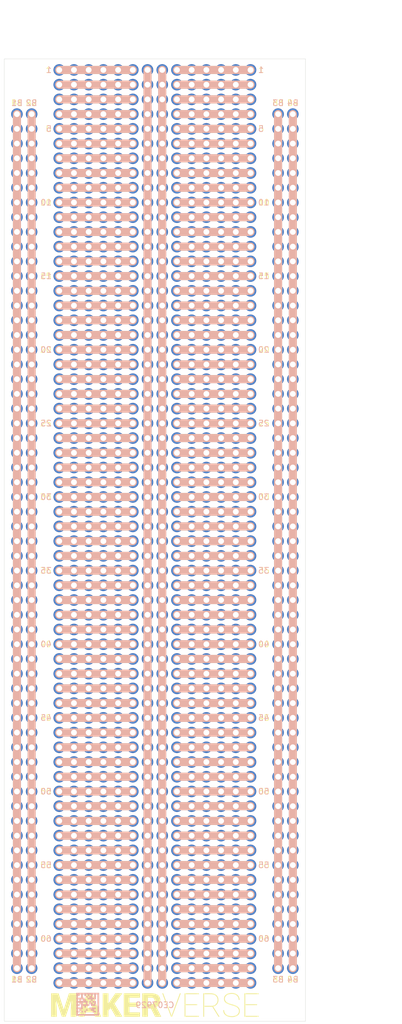
<source format=kicad_pcb>
(kicad_pcb (version 20171130) (host pcbnew "(5.1.10)-1")
  (title_block (title "Makerverse Protoboard 63 Row") (date 2021-09-14) (comment 1 "Designed at Core Electronics by Brenton Schulz") (comment 2 "Makerverse and the makerverse logo are trademarks of Core Electronics Pty Ltd.") (comment 3 "License: CCASAv4.0 https://creativecommons.org/licenses/by-sa/4.0/"))
  (layers (0 F.Cu signal) (31 B.Cu signal) (34 B.Paste user) (35 F.Paste user) (36 B.SilkS user) (37 F.SilkS user) (38 B.Mask user) (39 F.Mask user) (44 Edge.Cuts user))
  (net 0 "")
  (module PCB-63-Row:CE07929 (layer B.Cu) (at 110.195834 187.103 180)
    (fp_text reference G*** hide)
    (fp_text value LOGO hide)
  )
  (module PCB-63-Row:6-pin-row (layer F.Cu) (at 138.305 183.42)
    (fp_text reference REF**)
    (fp_text value 6-pin-row)
    (pad 1 thru_hole circle (at -12.7 0) (size 2 2) (drill 1) (layers *.Cu *.Mask))
    (pad 1 thru_hole circle (at -10.16 0) (size 2 2) (drill 1) (layers *.Cu *.Mask))
    (pad 1 thru_hole circle (at -7.62 0) (size 2 2) (drill 1) (layers *.Cu *.Mask))
    (pad 1 thru_hole circle (at -5.08 0) (size 2 2) (drill 1) (layers *.Cu *.Mask))
    (pad 1 thru_hole circle (at -2.54 0) (size 2 2) (drill 1) (layers *.Cu *.Mask))
    (pad 1 thru_hole circle (at 0 0) (size 2 2) (drill 1) (layers *.Cu *.Mask))
    (pad 1 smd rect (at -6.35 0) (size 12.7 1) (layers B.Cu))
  )
  (module PCB-63-Row:6-pin-row (layer F.Cu) (at 138.305 180.88)
    (fp_text reference REF**)
    (fp_text value 6-pin-row)
    (pad 1 thru_hole circle (at -12.7 0) (size 2 2) (drill 1) (layers *.Cu *.Mask))
    (pad 1 thru_hole circle (at -10.16 0) (size 2 2) (drill 1) (layers *.Cu *.Mask))
    (pad 1 thru_hole circle (at -7.62 0) (size 2 2) (drill 1) (layers *.Cu *.Mask))
    (pad 1 thru_hole circle (at -5.08 0) (size 2 2) (drill 1) (layers *.Cu *.Mask))
    (pad 1 thru_hole circle (at -2.54 0) (size 2 2) (drill 1) (layers *.Cu *.Mask))
    (pad 1 thru_hole circle (at 0 0) (size 2 2) (drill 1) (layers *.Cu *.Mask))
    (pad 1 smd rect (at -6.35 0) (size 12.7 1) (layers B.Cu))
  )
  (module PCB-63-Row:6-pin-row (layer F.Cu) (at 138.305 178.34)
    (fp_text reference REF**)
    (fp_text value 6-pin-row)
    (pad 1 thru_hole circle (at -12.7 0) (size 2 2) (drill 1) (layers *.Cu *.Mask))
    (pad 1 thru_hole circle (at -10.16 0) (size 2 2) (drill 1) (layers *.Cu *.Mask))
    (pad 1 thru_hole circle (at -7.62 0) (size 2 2) (drill 1) (layers *.Cu *.Mask))
    (pad 1 thru_hole circle (at -5.08 0) (size 2 2) (drill 1) (layers *.Cu *.Mask))
    (pad 1 thru_hole circle (at -2.54 0) (size 2 2) (drill 1) (layers *.Cu *.Mask))
    (pad 1 thru_hole circle (at 0 0) (size 2 2) (drill 1) (layers *.Cu *.Mask))
    (pad 1 smd rect (at -6.35 0) (size 12.7 1) (layers B.Cu))
  )
  (module PCB-63-Row:6-pin-row (layer F.Cu) (at 138.305 175.8)
    (fp_text reference REF**)
    (fp_text value 6-pin-row)
    (pad 1 thru_hole circle (at -12.7 0) (size 2 2) (drill 1) (layers *.Cu *.Mask))
    (pad 1 thru_hole circle (at -10.16 0) (size 2 2) (drill 1) (layers *.Cu *.Mask))
    (pad 1 thru_hole circle (at -7.62 0) (size 2 2) (drill 1) (layers *.Cu *.Mask))
    (pad 1 thru_hole circle (at -5.08 0) (size 2 2) (drill 1) (layers *.Cu *.Mask))
    (pad 1 thru_hole circle (at -2.54 0) (size 2 2) (drill 1) (layers *.Cu *.Mask))
    (pad 1 thru_hole circle (at 0 0) (size 2 2) (drill 1) (layers *.Cu *.Mask))
    (pad 1 smd rect (at -6.35 0) (size 12.7 1) (layers B.Cu))
  )
  (module PCB-63-Row:6-pin-row (layer F.Cu) (at 138.305 173.26)
    (fp_text reference REF**)
    (fp_text value 6-pin-row)
    (pad 1 thru_hole circle (at -12.7 0) (size 2 2) (drill 1) (layers *.Cu *.Mask))
    (pad 1 thru_hole circle (at -10.16 0) (size 2 2) (drill 1) (layers *.Cu *.Mask))
    (pad 1 thru_hole circle (at -7.62 0) (size 2 2) (drill 1) (layers *.Cu *.Mask))
    (pad 1 thru_hole circle (at -5.08 0) (size 2 2) (drill 1) (layers *.Cu *.Mask))
    (pad 1 thru_hole circle (at -2.54 0) (size 2 2) (drill 1) (layers *.Cu *.Mask))
    (pad 1 thru_hole circle (at 0 0) (size 2 2) (drill 1) (layers *.Cu *.Mask))
    (pad 1 smd rect (at -6.35 0) (size 12.7 1) (layers B.Cu))
  )
  (module PCB-63-Row:6-pin-row (layer F.Cu) (at 138.305 170.72)
    (fp_text reference REF**)
    (fp_text value 6-pin-row)
    (pad 1 thru_hole circle (at -12.7 0) (size 2 2) (drill 1) (layers *.Cu *.Mask))
    (pad 1 thru_hole circle (at -10.16 0) (size 2 2) (drill 1) (layers *.Cu *.Mask))
    (pad 1 thru_hole circle (at -7.62 0) (size 2 2) (drill 1) (layers *.Cu *.Mask))
    (pad 1 thru_hole circle (at -5.08 0) (size 2 2) (drill 1) (layers *.Cu *.Mask))
    (pad 1 thru_hole circle (at -2.54 0) (size 2 2) (drill 1) (layers *.Cu *.Mask))
    (pad 1 thru_hole circle (at 0 0) (size 2 2) (drill 1) (layers *.Cu *.Mask))
    (pad 1 smd rect (at -6.35 0) (size 12.7 1) (layers B.Cu))
  )
  (module PCB-63-Row:6-pin-row (layer F.Cu) (at 138.305 168.18)
    (fp_text reference REF**)
    (fp_text value 6-pin-row)
    (pad 1 thru_hole circle (at -12.7 0) (size 2 2) (drill 1) (layers *.Cu *.Mask))
    (pad 1 thru_hole circle (at -10.16 0) (size 2 2) (drill 1) (layers *.Cu *.Mask))
    (pad 1 thru_hole circle (at -7.62 0) (size 2 2) (drill 1) (layers *.Cu *.Mask))
    (pad 1 thru_hole circle (at -5.08 0) (size 2 2) (drill 1) (layers *.Cu *.Mask))
    (pad 1 thru_hole circle (at -2.54 0) (size 2 2) (drill 1) (layers *.Cu *.Mask))
    (pad 1 thru_hole circle (at 0 0) (size 2 2) (drill 1) (layers *.Cu *.Mask))
    (pad 1 smd rect (at -6.35 0) (size 12.7 1) (layers B.Cu))
  )
  (module PCB-63-Row:6-pin-row (layer F.Cu) (at 138.305 165.64)
    (fp_text reference REF**)
    (fp_text value 6-pin-row)
    (pad 1 thru_hole circle (at -12.7 0) (size 2 2) (drill 1) (layers *.Cu *.Mask))
    (pad 1 thru_hole circle (at -10.16 0) (size 2 2) (drill 1) (layers *.Cu *.Mask))
    (pad 1 thru_hole circle (at -7.62 0) (size 2 2) (drill 1) (layers *.Cu *.Mask))
    (pad 1 thru_hole circle (at -5.08 0) (size 2 2) (drill 1) (layers *.Cu *.Mask))
    (pad 1 thru_hole circle (at -2.54 0) (size 2 2) (drill 1) (layers *.Cu *.Mask))
    (pad 1 thru_hole circle (at 0 0) (size 2 2) (drill 1) (layers *.Cu *.Mask))
    (pad 1 smd rect (at -6.35 0) (size 12.7 1) (layers B.Cu))
  )
  (module PCB-63-Row:6-pin-row (layer F.Cu) (at 138.305 163.1)
    (fp_text reference REF**)
    (fp_text value 6-pin-row)
    (pad 1 thru_hole circle (at -12.7 0) (size 2 2) (drill 1) (layers *.Cu *.Mask))
    (pad 1 thru_hole circle (at -10.16 0) (size 2 2) (drill 1) (layers *.Cu *.Mask))
    (pad 1 thru_hole circle (at -7.62 0) (size 2 2) (drill 1) (layers *.Cu *.Mask))
    (pad 1 thru_hole circle (at -5.08 0) (size 2 2) (drill 1) (layers *.Cu *.Mask))
    (pad 1 thru_hole circle (at -2.54 0) (size 2 2) (drill 1) (layers *.Cu *.Mask))
    (pad 1 thru_hole circle (at 0 0) (size 2 2) (drill 1) (layers *.Cu *.Mask))
    (pad 1 smd rect (at -6.35 0) (size 12.7 1) (layers B.Cu))
  )
  (module PCB-63-Row:6-pin-row (layer F.Cu) (at 138.305 160.56)
    (fp_text reference REF**)
    (fp_text value 6-pin-row)
    (pad 1 thru_hole circle (at -12.7 0) (size 2 2) (drill 1) (layers *.Cu *.Mask))
    (pad 1 thru_hole circle (at -10.16 0) (size 2 2) (drill 1) (layers *.Cu *.Mask))
    (pad 1 thru_hole circle (at -7.62 0) (size 2 2) (drill 1) (layers *.Cu *.Mask))
    (pad 1 thru_hole circle (at -5.08 0) (size 2 2) (drill 1) (layers *.Cu *.Mask))
    (pad 1 thru_hole circle (at -2.54 0) (size 2 2) (drill 1) (layers *.Cu *.Mask))
    (pad 1 thru_hole circle (at 0 0) (size 2 2) (drill 1) (layers *.Cu *.Mask))
    (pad 1 smd rect (at -6.35 0) (size 12.7 1) (layers B.Cu))
  )
  (module PCB-63-Row:6-pin-row (layer F.Cu) (at 138.305 158.02)
    (fp_text reference REF**)
    (fp_text value 6-pin-row)
    (pad 1 thru_hole circle (at -12.7 0) (size 2 2) (drill 1) (layers *.Cu *.Mask))
    (pad 1 thru_hole circle (at -10.16 0) (size 2 2) (drill 1) (layers *.Cu *.Mask))
    (pad 1 thru_hole circle (at -7.62 0) (size 2 2) (drill 1) (layers *.Cu *.Mask))
    (pad 1 thru_hole circle (at -5.08 0) (size 2 2) (drill 1) (layers *.Cu *.Mask))
    (pad 1 thru_hole circle (at -2.54 0) (size 2 2) (drill 1) (layers *.Cu *.Mask))
    (pad 1 thru_hole circle (at 0 0) (size 2 2) (drill 1) (layers *.Cu *.Mask))
    (pad 1 smd rect (at -6.35 0) (size 12.7 1) (layers B.Cu))
  )
  (module PCB-63-Row:6-pin-row (layer F.Cu) (at 138.305 155.48)
    (fp_text reference REF**)
    (fp_text value 6-pin-row)
    (pad 1 thru_hole circle (at -12.7 0) (size 2 2) (drill 1) (layers *.Cu *.Mask))
    (pad 1 thru_hole circle (at -10.16 0) (size 2 2) (drill 1) (layers *.Cu *.Mask))
    (pad 1 thru_hole circle (at -7.62 0) (size 2 2) (drill 1) (layers *.Cu *.Mask))
    (pad 1 thru_hole circle (at -5.08 0) (size 2 2) (drill 1) (layers *.Cu *.Mask))
    (pad 1 thru_hole circle (at -2.54 0) (size 2 2) (drill 1) (layers *.Cu *.Mask))
    (pad 1 thru_hole circle (at 0 0) (size 2 2) (drill 1) (layers *.Cu *.Mask))
    (pad 1 smd rect (at -6.35 0) (size 12.7 1) (layers B.Cu))
  )
  (module PCB-63-Row:6-pin-row (layer F.Cu) (at 138.305 152.94)
    (fp_text reference REF**)
    (fp_text value 6-pin-row)
    (pad 1 thru_hole circle (at -12.7 0) (size 2 2) (drill 1) (layers *.Cu *.Mask))
    (pad 1 thru_hole circle (at -10.16 0) (size 2 2) (drill 1) (layers *.Cu *.Mask))
    (pad 1 thru_hole circle (at -7.62 0) (size 2 2) (drill 1) (layers *.Cu *.Mask))
    (pad 1 thru_hole circle (at -5.08 0) (size 2 2) (drill 1) (layers *.Cu *.Mask))
    (pad 1 thru_hole circle (at -2.54 0) (size 2 2) (drill 1) (layers *.Cu *.Mask))
    (pad 1 thru_hole circle (at 0 0) (size 2 2) (drill 1) (layers *.Cu *.Mask))
    (pad 1 smd rect (at -6.35 0) (size 12.7 1) (layers B.Cu))
  )
  (module PCB-63-Row:6-pin-row (layer F.Cu) (at 138.305 150.4)
    (fp_text reference REF**)
    (fp_text value 6-pin-row)
    (pad 1 thru_hole circle (at -12.7 0) (size 2 2) (drill 1) (layers *.Cu *.Mask))
    (pad 1 thru_hole circle (at -10.16 0) (size 2 2) (drill 1) (layers *.Cu *.Mask))
    (pad 1 thru_hole circle (at -7.62 0) (size 2 2) (drill 1) (layers *.Cu *.Mask))
    (pad 1 thru_hole circle (at -5.08 0) (size 2 2) (drill 1) (layers *.Cu *.Mask))
    (pad 1 thru_hole circle (at -2.54 0) (size 2 2) (drill 1) (layers *.Cu *.Mask))
    (pad 1 thru_hole circle (at 0 0) (size 2 2) (drill 1) (layers *.Cu *.Mask))
    (pad 1 smd rect (at -6.35 0) (size 12.7 1) (layers B.Cu))
  )
  (module PCB-63-Row:6-pin-row (layer F.Cu) (at 138.305 147.86)
    (fp_text reference REF**)
    (fp_text value 6-pin-row)
    (pad 1 thru_hole circle (at -12.7 0) (size 2 2) (drill 1) (layers *.Cu *.Mask))
    (pad 1 thru_hole circle (at -10.16 0) (size 2 2) (drill 1) (layers *.Cu *.Mask))
    (pad 1 thru_hole circle (at -7.62 0) (size 2 2) (drill 1) (layers *.Cu *.Mask))
    (pad 1 thru_hole circle (at -5.08 0) (size 2 2) (drill 1) (layers *.Cu *.Mask))
    (pad 1 thru_hole circle (at -2.54 0) (size 2 2) (drill 1) (layers *.Cu *.Mask))
    (pad 1 thru_hole circle (at 0 0) (size 2 2) (drill 1) (layers *.Cu *.Mask))
    (pad 1 smd rect (at -6.35 0) (size 12.7 1) (layers B.Cu))
  )
  (module PCB-63-Row:6-pin-row (layer F.Cu) (at 138.305 145.32)
    (fp_text reference REF**)
    (fp_text value 6-pin-row)
    (pad 1 thru_hole circle (at -12.7 0) (size 2 2) (drill 1) (layers *.Cu *.Mask))
    (pad 1 thru_hole circle (at -10.16 0) (size 2 2) (drill 1) (layers *.Cu *.Mask))
    (pad 1 thru_hole circle (at -7.62 0) (size 2 2) (drill 1) (layers *.Cu *.Mask))
    (pad 1 thru_hole circle (at -5.08 0) (size 2 2) (drill 1) (layers *.Cu *.Mask))
    (pad 1 thru_hole circle (at -2.54 0) (size 2 2) (drill 1) (layers *.Cu *.Mask))
    (pad 1 thru_hole circle (at 0 0) (size 2 2) (drill 1) (layers *.Cu *.Mask))
    (pad 1 smd rect (at -6.35 0) (size 12.7 1) (layers B.Cu))
  )
  (module PCB-63-Row:6-pin-row (layer F.Cu) (at 138.305 142.78)
    (fp_text reference REF**)
    (fp_text value 6-pin-row)
    (pad 1 thru_hole circle (at -12.7 0) (size 2 2) (drill 1) (layers *.Cu *.Mask))
    (pad 1 thru_hole circle (at -10.16 0) (size 2 2) (drill 1) (layers *.Cu *.Mask))
    (pad 1 thru_hole circle (at -7.62 0) (size 2 2) (drill 1) (layers *.Cu *.Mask))
    (pad 1 thru_hole circle (at -5.08 0) (size 2 2) (drill 1) (layers *.Cu *.Mask))
    (pad 1 thru_hole circle (at -2.54 0) (size 2 2) (drill 1) (layers *.Cu *.Mask))
    (pad 1 thru_hole circle (at 0 0) (size 2 2) (drill 1) (layers *.Cu *.Mask))
    (pad 1 smd rect (at -6.35 0) (size 12.7 1) (layers B.Cu))
  )
  (module PCB-63-Row:6-pin-row (layer F.Cu) (at 138.305 140.24)
    (fp_text reference REF**)
    (fp_text value 6-pin-row)
    (pad 1 thru_hole circle (at -12.7 0) (size 2 2) (drill 1) (layers *.Cu *.Mask))
    (pad 1 thru_hole circle (at -10.16 0) (size 2 2) (drill 1) (layers *.Cu *.Mask))
    (pad 1 thru_hole circle (at -7.62 0) (size 2 2) (drill 1) (layers *.Cu *.Mask))
    (pad 1 thru_hole circle (at -5.08 0) (size 2 2) (drill 1) (layers *.Cu *.Mask))
    (pad 1 thru_hole circle (at -2.54 0) (size 2 2) (drill 1) (layers *.Cu *.Mask))
    (pad 1 thru_hole circle (at 0 0) (size 2 2) (drill 1) (layers *.Cu *.Mask))
    (pad 1 smd rect (at -6.35 0) (size 12.7 1) (layers B.Cu))
  )
  (module PCB-63-Row:6-pin-row (layer F.Cu) (at 138.305 137.7)
    (fp_text reference REF**)
    (fp_text value 6-pin-row)
    (pad 1 thru_hole circle (at -12.7 0) (size 2 2) (drill 1) (layers *.Cu *.Mask))
    (pad 1 thru_hole circle (at -10.16 0) (size 2 2) (drill 1) (layers *.Cu *.Mask))
    (pad 1 thru_hole circle (at -7.62 0) (size 2 2) (drill 1) (layers *.Cu *.Mask))
    (pad 1 thru_hole circle (at -5.08 0) (size 2 2) (drill 1) (layers *.Cu *.Mask))
    (pad 1 thru_hole circle (at -2.54 0) (size 2 2) (drill 1) (layers *.Cu *.Mask))
    (pad 1 thru_hole circle (at 0 0) (size 2 2) (drill 1) (layers *.Cu *.Mask))
    (pad 1 smd rect (at -6.35 0) (size 12.7 1) (layers B.Cu))
  )
  (module PCB-63-Row:6-pin-row (layer F.Cu) (at 138.305 135.16)
    (fp_text reference REF**)
    (fp_text value 6-pin-row)
    (pad 1 thru_hole circle (at -12.7 0) (size 2 2) (drill 1) (layers *.Cu *.Mask))
    (pad 1 thru_hole circle (at -10.16 0) (size 2 2) (drill 1) (layers *.Cu *.Mask))
    (pad 1 thru_hole circle (at -7.62 0) (size 2 2) (drill 1) (layers *.Cu *.Mask))
    (pad 1 thru_hole circle (at -5.08 0) (size 2 2) (drill 1) (layers *.Cu *.Mask))
    (pad 1 thru_hole circle (at -2.54 0) (size 2 2) (drill 1) (layers *.Cu *.Mask))
    (pad 1 thru_hole circle (at 0 0) (size 2 2) (drill 1) (layers *.Cu *.Mask))
    (pad 1 smd rect (at -6.35 0) (size 12.7 1) (layers B.Cu))
  )
  (module PCB-63-Row:6-pin-row (layer F.Cu) (at 138.305 132.62)
    (fp_text reference REF**)
    (fp_text value 6-pin-row)
    (pad 1 thru_hole circle (at -12.7 0) (size 2 2) (drill 1) (layers *.Cu *.Mask))
    (pad 1 thru_hole circle (at -10.16 0) (size 2 2) (drill 1) (layers *.Cu *.Mask))
    (pad 1 thru_hole circle (at -7.62 0) (size 2 2) (drill 1) (layers *.Cu *.Mask))
    (pad 1 thru_hole circle (at -5.08 0) (size 2 2) (drill 1) (layers *.Cu *.Mask))
    (pad 1 thru_hole circle (at -2.54 0) (size 2 2) (drill 1) (layers *.Cu *.Mask))
    (pad 1 thru_hole circle (at 0 0) (size 2 2) (drill 1) (layers *.Cu *.Mask))
    (pad 1 smd rect (at -6.35 0) (size 12.7 1) (layers B.Cu))
  )
  (module PCB-63-Row:6-pin-row (layer F.Cu) (at 138.305 130.08)
    (fp_text reference REF**)
    (fp_text value 6-pin-row)
    (pad 1 thru_hole circle (at -12.7 0) (size 2 2) (drill 1) (layers *.Cu *.Mask))
    (pad 1 thru_hole circle (at -10.16 0) (size 2 2) (drill 1) (layers *.Cu *.Mask))
    (pad 1 thru_hole circle (at -7.62 0) (size 2 2) (drill 1) (layers *.Cu *.Mask))
    (pad 1 thru_hole circle (at -5.08 0) (size 2 2) (drill 1) (layers *.Cu *.Mask))
    (pad 1 thru_hole circle (at -2.54 0) (size 2 2) (drill 1) (layers *.Cu *.Mask))
    (pad 1 thru_hole circle (at 0 0) (size 2 2) (drill 1) (layers *.Cu *.Mask))
    (pad 1 smd rect (at -6.35 0) (size 12.7 1) (layers B.Cu))
  )
  (module PCB-63-Row:6-pin-row (layer F.Cu) (at 138.305 127.54)
    (fp_text reference REF**)
    (fp_text value 6-pin-row)
    (pad 1 thru_hole circle (at -12.7 0) (size 2 2) (drill 1) (layers *.Cu *.Mask))
    (pad 1 thru_hole circle (at -10.16 0) (size 2 2) (drill 1) (layers *.Cu *.Mask))
    (pad 1 thru_hole circle (at -7.62 0) (size 2 2) (drill 1) (layers *.Cu *.Mask))
    (pad 1 thru_hole circle (at -5.08 0) (size 2 2) (drill 1) (layers *.Cu *.Mask))
    (pad 1 thru_hole circle (at -2.54 0) (size 2 2) (drill 1) (layers *.Cu *.Mask))
    (pad 1 thru_hole circle (at 0 0) (size 2 2) (drill 1) (layers *.Cu *.Mask))
    (pad 1 smd rect (at -6.35 0) (size 12.7 1) (layers B.Cu))
  )
  (module PCB-63-Row:6-pin-row (layer F.Cu) (at 138.305 125)
    (fp_text reference REF**)
    (fp_text value 6-pin-row)
    (pad 1 thru_hole circle (at -12.7 0) (size 2 2) (drill 1) (layers *.Cu *.Mask))
    (pad 1 thru_hole circle (at -10.16 0) (size 2 2) (drill 1) (layers *.Cu *.Mask))
    (pad 1 thru_hole circle (at -7.62 0) (size 2 2) (drill 1) (layers *.Cu *.Mask))
    (pad 1 thru_hole circle (at -5.08 0) (size 2 2) (drill 1) (layers *.Cu *.Mask))
    (pad 1 thru_hole circle (at -2.54 0) (size 2 2) (drill 1) (layers *.Cu *.Mask))
    (pad 1 thru_hole circle (at 0 0) (size 2 2) (drill 1) (layers *.Cu *.Mask))
    (pad 1 smd rect (at -6.35 0) (size 12.7 1) (layers B.Cu))
  )
  (module PCB-63-Row:6-pin-row (layer F.Cu) (at 138.305 122.46)
    (fp_text reference REF**)
    (fp_text value 6-pin-row)
    (pad 1 thru_hole circle (at -12.7 0) (size 2 2) (drill 1) (layers *.Cu *.Mask))
    (pad 1 thru_hole circle (at -10.16 0) (size 2 2) (drill 1) (layers *.Cu *.Mask))
    (pad 1 thru_hole circle (at -7.62 0) (size 2 2) (drill 1) (layers *.Cu *.Mask))
    (pad 1 thru_hole circle (at -5.08 0) (size 2 2) (drill 1) (layers *.Cu *.Mask))
    (pad 1 thru_hole circle (at -2.54 0) (size 2 2) (drill 1) (layers *.Cu *.Mask))
    (pad 1 thru_hole circle (at 0 0) (size 2 2) (drill 1) (layers *.Cu *.Mask))
    (pad 1 smd rect (at -6.35 0) (size 12.7 1) (layers B.Cu))
  )
  (module PCB-63-Row:6-pin-row (layer F.Cu) (at 138.305 119.92)
    (fp_text reference REF**)
    (fp_text value 6-pin-row)
    (pad 1 thru_hole circle (at -12.7 0) (size 2 2) (drill 1) (layers *.Cu *.Mask))
    (pad 1 thru_hole circle (at -10.16 0) (size 2 2) (drill 1) (layers *.Cu *.Mask))
    (pad 1 thru_hole circle (at -7.62 0) (size 2 2) (drill 1) (layers *.Cu *.Mask))
    (pad 1 thru_hole circle (at -5.08 0) (size 2 2) (drill 1) (layers *.Cu *.Mask))
    (pad 1 thru_hole circle (at -2.54 0) (size 2 2) (drill 1) (layers *.Cu *.Mask))
    (pad 1 thru_hole circle (at 0 0) (size 2 2) (drill 1) (layers *.Cu *.Mask))
    (pad 1 smd rect (at -6.35 0) (size 12.7 1) (layers B.Cu))
  )
  (module PCB-63-Row:6-pin-row (layer F.Cu) (at 138.305 117.38)
    (fp_text reference REF**)
    (fp_text value 6-pin-row)
    (pad 1 thru_hole circle (at -12.7 0) (size 2 2) (drill 1) (layers *.Cu *.Mask))
    (pad 1 thru_hole circle (at -10.16 0) (size 2 2) (drill 1) (layers *.Cu *.Mask))
    (pad 1 thru_hole circle (at -7.62 0) (size 2 2) (drill 1) (layers *.Cu *.Mask))
    (pad 1 thru_hole circle (at -5.08 0) (size 2 2) (drill 1) (layers *.Cu *.Mask))
    (pad 1 thru_hole circle (at -2.54 0) (size 2 2) (drill 1) (layers *.Cu *.Mask))
    (pad 1 thru_hole circle (at 0 0) (size 2 2) (drill 1) (layers *.Cu *.Mask))
    (pad 1 smd rect (at -6.35 0) (size 12.7 1) (layers B.Cu))
  )
  (module PCB-63-Row:6-pin-row (layer F.Cu) (at 138.305 114.84)
    (fp_text reference REF**)
    (fp_text value 6-pin-row)
    (pad 1 thru_hole circle (at -12.7 0) (size 2 2) (drill 1) (layers *.Cu *.Mask))
    (pad 1 thru_hole circle (at -10.16 0) (size 2 2) (drill 1) (layers *.Cu *.Mask))
    (pad 1 thru_hole circle (at -7.62 0) (size 2 2) (drill 1) (layers *.Cu *.Mask))
    (pad 1 thru_hole circle (at -5.08 0) (size 2 2) (drill 1) (layers *.Cu *.Mask))
    (pad 1 thru_hole circle (at -2.54 0) (size 2 2) (drill 1) (layers *.Cu *.Mask))
    (pad 1 thru_hole circle (at 0 0) (size 2 2) (drill 1) (layers *.Cu *.Mask))
    (pad 1 smd rect (at -6.35 0) (size 12.7 1) (layers B.Cu))
  )
  (module PCB-63-Row:6-pin-row (layer F.Cu) (at 138.305 112.3)
    (fp_text reference REF**)
    (fp_text value 6-pin-row)
    (pad 1 thru_hole circle (at -12.7 0) (size 2 2) (drill 1) (layers *.Cu *.Mask))
    (pad 1 thru_hole circle (at -10.16 0) (size 2 2) (drill 1) (layers *.Cu *.Mask))
    (pad 1 thru_hole circle (at -7.62 0) (size 2 2) (drill 1) (layers *.Cu *.Mask))
    (pad 1 thru_hole circle (at -5.08 0) (size 2 2) (drill 1) (layers *.Cu *.Mask))
    (pad 1 thru_hole circle (at -2.54 0) (size 2 2) (drill 1) (layers *.Cu *.Mask))
    (pad 1 thru_hole circle (at 0 0) (size 2 2) (drill 1) (layers *.Cu *.Mask))
    (pad 1 smd rect (at -6.35 0) (size 12.7 1) (layers B.Cu))
  )
  (module PCB-63-Row:6-pin-row (layer F.Cu) (at 138.305 109.76)
    (fp_text reference REF**)
    (fp_text value 6-pin-row)
    (pad 1 thru_hole circle (at -12.7 0) (size 2 2) (drill 1) (layers *.Cu *.Mask))
    (pad 1 thru_hole circle (at -10.16 0) (size 2 2) (drill 1) (layers *.Cu *.Mask))
    (pad 1 thru_hole circle (at -7.62 0) (size 2 2) (drill 1) (layers *.Cu *.Mask))
    (pad 1 thru_hole circle (at -5.08 0) (size 2 2) (drill 1) (layers *.Cu *.Mask))
    (pad 1 thru_hole circle (at -2.54 0) (size 2 2) (drill 1) (layers *.Cu *.Mask))
    (pad 1 thru_hole circle (at 0 0) (size 2 2) (drill 1) (layers *.Cu *.Mask))
    (pad 1 smd rect (at -6.35 0) (size 12.7 1) (layers B.Cu))
  )
  (module PCB-63-Row:6-pin-row (layer F.Cu) (at 138.305 107.22)
    (fp_text reference REF**)
    (fp_text value 6-pin-row)
    (pad 1 thru_hole circle (at -12.7 0) (size 2 2) (drill 1) (layers *.Cu *.Mask))
    (pad 1 thru_hole circle (at -10.16 0) (size 2 2) (drill 1) (layers *.Cu *.Mask))
    (pad 1 thru_hole circle (at -7.62 0) (size 2 2) (drill 1) (layers *.Cu *.Mask))
    (pad 1 thru_hole circle (at -5.08 0) (size 2 2) (drill 1) (layers *.Cu *.Mask))
    (pad 1 thru_hole circle (at -2.54 0) (size 2 2) (drill 1) (layers *.Cu *.Mask))
    (pad 1 thru_hole circle (at 0 0) (size 2 2) (drill 1) (layers *.Cu *.Mask))
    (pad 1 smd rect (at -6.35 0) (size 12.7 1) (layers B.Cu))
  )
  (module PCB-63-Row:6-pin-row (layer F.Cu) (at 138.305 104.68)
    (fp_text reference REF**)
    (fp_text value 6-pin-row)
    (pad 1 thru_hole circle (at -12.7 0) (size 2 2) (drill 1) (layers *.Cu *.Mask))
    (pad 1 thru_hole circle (at -10.16 0) (size 2 2) (drill 1) (layers *.Cu *.Mask))
    (pad 1 thru_hole circle (at -7.62 0) (size 2 2) (drill 1) (layers *.Cu *.Mask))
    (pad 1 thru_hole circle (at -5.08 0) (size 2 2) (drill 1) (layers *.Cu *.Mask))
    (pad 1 thru_hole circle (at -2.54 0) (size 2 2) (drill 1) (layers *.Cu *.Mask))
    (pad 1 thru_hole circle (at 0 0) (size 2 2) (drill 1) (layers *.Cu *.Mask))
    (pad 1 smd rect (at -6.35 0) (size 12.7 1) (layers B.Cu))
  )
  (module PCB-63-Row:6-pin-row (layer F.Cu) (at 138.305 102.14)
    (fp_text reference REF**)
    (fp_text value 6-pin-row)
    (pad 1 thru_hole circle (at -12.7 0) (size 2 2) (drill 1) (layers *.Cu *.Mask))
    (pad 1 thru_hole circle (at -10.16 0) (size 2 2) (drill 1) (layers *.Cu *.Mask))
    (pad 1 thru_hole circle (at -7.62 0) (size 2 2) (drill 1) (layers *.Cu *.Mask))
    (pad 1 thru_hole circle (at -5.08 0) (size 2 2) (drill 1) (layers *.Cu *.Mask))
    (pad 1 thru_hole circle (at -2.54 0) (size 2 2) (drill 1) (layers *.Cu *.Mask))
    (pad 1 thru_hole circle (at 0 0) (size 2 2) (drill 1) (layers *.Cu *.Mask))
    (pad 1 smd rect (at -6.35 0) (size 12.7 1) (layers B.Cu))
  )
  (module PCB-63-Row:6-pin-row (layer F.Cu) (at 138.305 99.6)
    (fp_text reference REF**)
    (fp_text value 6-pin-row)
    (pad 1 thru_hole circle (at -12.7 0) (size 2 2) (drill 1) (layers *.Cu *.Mask))
    (pad 1 thru_hole circle (at -10.16 0) (size 2 2) (drill 1) (layers *.Cu *.Mask))
    (pad 1 thru_hole circle (at -7.62 0) (size 2 2) (drill 1) (layers *.Cu *.Mask))
    (pad 1 thru_hole circle (at -5.08 0) (size 2 2) (drill 1) (layers *.Cu *.Mask))
    (pad 1 thru_hole circle (at -2.54 0) (size 2 2) (drill 1) (layers *.Cu *.Mask))
    (pad 1 thru_hole circle (at 0 0) (size 2 2) (drill 1) (layers *.Cu *.Mask))
    (pad 1 smd rect (at -6.35 0) (size 12.7 1) (layers B.Cu))
  )
  (module PCB-63-Row:6-pin-row (layer F.Cu) (at 138.305 97.06)
    (fp_text reference REF**)
    (fp_text value 6-pin-row)
    (pad 1 thru_hole circle (at -12.7 0) (size 2 2) (drill 1) (layers *.Cu *.Mask))
    (pad 1 thru_hole circle (at -10.16 0) (size 2 2) (drill 1) (layers *.Cu *.Mask))
    (pad 1 thru_hole circle (at -7.62 0) (size 2 2) (drill 1) (layers *.Cu *.Mask))
    (pad 1 thru_hole circle (at -5.08 0) (size 2 2) (drill 1) (layers *.Cu *.Mask))
    (pad 1 thru_hole circle (at -2.54 0) (size 2 2) (drill 1) (layers *.Cu *.Mask))
    (pad 1 thru_hole circle (at 0 0) (size 2 2) (drill 1) (layers *.Cu *.Mask))
    (pad 1 smd rect (at -6.35 0) (size 12.7 1) (layers B.Cu))
  )
  (module PCB-63-Row:6-pin-row (layer F.Cu) (at 138.305 94.52)
    (fp_text reference REF**)
    (fp_text value 6-pin-row)
    (pad 1 thru_hole circle (at -12.7 0) (size 2 2) (drill 1) (layers *.Cu *.Mask))
    (pad 1 thru_hole circle (at -10.16 0) (size 2 2) (drill 1) (layers *.Cu *.Mask))
    (pad 1 thru_hole circle (at -7.62 0) (size 2 2) (drill 1) (layers *.Cu *.Mask))
    (pad 1 thru_hole circle (at -5.08 0) (size 2 2) (drill 1) (layers *.Cu *.Mask))
    (pad 1 thru_hole circle (at -2.54 0) (size 2 2) (drill 1) (layers *.Cu *.Mask))
    (pad 1 thru_hole circle (at 0 0) (size 2 2) (drill 1) (layers *.Cu *.Mask))
    (pad 1 smd rect (at -6.35 0) (size 12.7 1) (layers B.Cu))
  )
  (module PCB-63-Row:6-pin-row (layer F.Cu) (at 138.305 91.98)
    (fp_text reference REF**)
    (fp_text value 6-pin-row)
    (pad 1 thru_hole circle (at -12.7 0) (size 2 2) (drill 1) (layers *.Cu *.Mask))
    (pad 1 thru_hole circle (at -10.16 0) (size 2 2) (drill 1) (layers *.Cu *.Mask))
    (pad 1 thru_hole circle (at -7.62 0) (size 2 2) (drill 1) (layers *.Cu *.Mask))
    (pad 1 thru_hole circle (at -5.08 0) (size 2 2) (drill 1) (layers *.Cu *.Mask))
    (pad 1 thru_hole circle (at -2.54 0) (size 2 2) (drill 1) (layers *.Cu *.Mask))
    (pad 1 thru_hole circle (at 0 0) (size 2 2) (drill 1) (layers *.Cu *.Mask))
    (pad 1 smd rect (at -6.35 0) (size 12.7 1) (layers B.Cu))
  )
  (module PCB-63-Row:6-pin-row (layer F.Cu) (at 138.305 89.44)
    (fp_text reference REF**)
    (fp_text value 6-pin-row)
    (pad 1 thru_hole circle (at -12.7 0) (size 2 2) (drill 1) (layers *.Cu *.Mask))
    (pad 1 thru_hole circle (at -10.16 0) (size 2 2) (drill 1) (layers *.Cu *.Mask))
    (pad 1 thru_hole circle (at -7.62 0) (size 2 2) (drill 1) (layers *.Cu *.Mask))
    (pad 1 thru_hole circle (at -5.08 0) (size 2 2) (drill 1) (layers *.Cu *.Mask))
    (pad 1 thru_hole circle (at -2.54 0) (size 2 2) (drill 1) (layers *.Cu *.Mask))
    (pad 1 thru_hole circle (at 0 0) (size 2 2) (drill 1) (layers *.Cu *.Mask))
    (pad 1 smd rect (at -6.35 0) (size 12.7 1) (layers B.Cu))
  )
  (module PCB-63-Row:6-pin-row (layer F.Cu) (at 138.305 86.9)
    (fp_text reference REF**)
    (fp_text value 6-pin-row)
    (pad 1 thru_hole circle (at -12.7 0) (size 2 2) (drill 1) (layers *.Cu *.Mask))
    (pad 1 thru_hole circle (at -10.16 0) (size 2 2) (drill 1) (layers *.Cu *.Mask))
    (pad 1 thru_hole circle (at -7.62 0) (size 2 2) (drill 1) (layers *.Cu *.Mask))
    (pad 1 thru_hole circle (at -5.08 0) (size 2 2) (drill 1) (layers *.Cu *.Mask))
    (pad 1 thru_hole circle (at -2.54 0) (size 2 2) (drill 1) (layers *.Cu *.Mask))
    (pad 1 thru_hole circle (at 0 0) (size 2 2) (drill 1) (layers *.Cu *.Mask))
    (pad 1 smd rect (at -6.35 0) (size 12.7 1) (layers B.Cu))
  )
  (module PCB-63-Row:6-pin-row (layer F.Cu) (at 138.305 84.36)
    (fp_text reference REF**)
    (fp_text value 6-pin-row)
    (pad 1 thru_hole circle (at -12.7 0) (size 2 2) (drill 1) (layers *.Cu *.Mask))
    (pad 1 thru_hole circle (at -10.16 0) (size 2 2) (drill 1) (layers *.Cu *.Mask))
    (pad 1 thru_hole circle (at -7.62 0) (size 2 2) (drill 1) (layers *.Cu *.Mask))
    (pad 1 thru_hole circle (at -5.08 0) (size 2 2) (drill 1) (layers *.Cu *.Mask))
    (pad 1 thru_hole circle (at -2.54 0) (size 2 2) (drill 1) (layers *.Cu *.Mask))
    (pad 1 thru_hole circle (at 0 0) (size 2 2) (drill 1) (layers *.Cu *.Mask))
    (pad 1 smd rect (at -6.35 0) (size 12.7 1) (layers B.Cu))
  )
  (module PCB-63-Row:6-pin-row (layer F.Cu) (at 138.305 81.82)
    (fp_text reference REF**)
    (fp_text value 6-pin-row)
    (pad 1 thru_hole circle (at -12.7 0) (size 2 2) (drill 1) (layers *.Cu *.Mask))
    (pad 1 thru_hole circle (at -10.16 0) (size 2 2) (drill 1) (layers *.Cu *.Mask))
    (pad 1 thru_hole circle (at -7.62 0) (size 2 2) (drill 1) (layers *.Cu *.Mask))
    (pad 1 thru_hole circle (at -5.08 0) (size 2 2) (drill 1) (layers *.Cu *.Mask))
    (pad 1 thru_hole circle (at -2.54 0) (size 2 2) (drill 1) (layers *.Cu *.Mask))
    (pad 1 thru_hole circle (at 0 0) (size 2 2) (drill 1) (layers *.Cu *.Mask))
    (pad 1 smd rect (at -6.35 0) (size 12.7 1) (layers B.Cu))
  )
  (module PCB-63-Row:6-pin-row (layer F.Cu) (at 138.305 79.28)
    (fp_text reference REF**)
    (fp_text value 6-pin-row)
    (pad 1 thru_hole circle (at -12.7 0) (size 2 2) (drill 1) (layers *.Cu *.Mask))
    (pad 1 thru_hole circle (at -10.16 0) (size 2 2) (drill 1) (layers *.Cu *.Mask))
    (pad 1 thru_hole circle (at -7.62 0) (size 2 2) (drill 1) (layers *.Cu *.Mask))
    (pad 1 thru_hole circle (at -5.08 0) (size 2 2) (drill 1) (layers *.Cu *.Mask))
    (pad 1 thru_hole circle (at -2.54 0) (size 2 2) (drill 1) (layers *.Cu *.Mask))
    (pad 1 thru_hole circle (at 0 0) (size 2 2) (drill 1) (layers *.Cu *.Mask))
    (pad 1 smd rect (at -6.35 0) (size 12.7 1) (layers B.Cu))
  )
  (module PCB-63-Row:6-pin-row (layer F.Cu) (at 138.305 76.74)
    (fp_text reference REF**)
    (fp_text value 6-pin-row)
    (pad 1 thru_hole circle (at -12.7 0) (size 2 2) (drill 1) (layers *.Cu *.Mask))
    (pad 1 thru_hole circle (at -10.16 0) (size 2 2) (drill 1) (layers *.Cu *.Mask))
    (pad 1 thru_hole circle (at -7.62 0) (size 2 2) (drill 1) (layers *.Cu *.Mask))
    (pad 1 thru_hole circle (at -5.08 0) (size 2 2) (drill 1) (layers *.Cu *.Mask))
    (pad 1 thru_hole circle (at -2.54 0) (size 2 2) (drill 1) (layers *.Cu *.Mask))
    (pad 1 thru_hole circle (at 0 0) (size 2 2) (drill 1) (layers *.Cu *.Mask))
    (pad 1 smd rect (at -6.35 0) (size 12.7 1) (layers B.Cu))
  )
  (module PCB-63-Row:6-pin-row (layer F.Cu) (at 138.305 74.2)
    (fp_text reference REF**)
    (fp_text value 6-pin-row)
    (pad 1 thru_hole circle (at -12.7 0) (size 2 2) (drill 1) (layers *.Cu *.Mask))
    (pad 1 thru_hole circle (at -10.16 0) (size 2 2) (drill 1) (layers *.Cu *.Mask))
    (pad 1 thru_hole circle (at -7.62 0) (size 2 2) (drill 1) (layers *.Cu *.Mask))
    (pad 1 thru_hole circle (at -5.08 0) (size 2 2) (drill 1) (layers *.Cu *.Mask))
    (pad 1 thru_hole circle (at -2.54 0) (size 2 2) (drill 1) (layers *.Cu *.Mask))
    (pad 1 thru_hole circle (at 0 0) (size 2 2) (drill 1) (layers *.Cu *.Mask))
    (pad 1 smd rect (at -6.35 0) (size 12.7 1) (layers B.Cu))
  )
  (module PCB-63-Row:6-pin-row (layer F.Cu) (at 138.305 71.66)
    (fp_text reference REF**)
    (fp_text value 6-pin-row)
    (pad 1 thru_hole circle (at -12.7 0) (size 2 2) (drill 1) (layers *.Cu *.Mask))
    (pad 1 thru_hole circle (at -10.16 0) (size 2 2) (drill 1) (layers *.Cu *.Mask))
    (pad 1 thru_hole circle (at -7.62 0) (size 2 2) (drill 1) (layers *.Cu *.Mask))
    (pad 1 thru_hole circle (at -5.08 0) (size 2 2) (drill 1) (layers *.Cu *.Mask))
    (pad 1 thru_hole circle (at -2.54 0) (size 2 2) (drill 1) (layers *.Cu *.Mask))
    (pad 1 thru_hole circle (at 0 0) (size 2 2) (drill 1) (layers *.Cu *.Mask))
    (pad 1 smd rect (at -6.35 0) (size 12.7 1) (layers B.Cu))
  )
  (module PCB-63-Row:6-pin-row (layer F.Cu) (at 138.305 69.12)
    (fp_text reference REF**)
    (fp_text value 6-pin-row)
    (pad 1 thru_hole circle (at -12.7 0) (size 2 2) (drill 1) (layers *.Cu *.Mask))
    (pad 1 thru_hole circle (at -10.16 0) (size 2 2) (drill 1) (layers *.Cu *.Mask))
    (pad 1 thru_hole circle (at -7.62 0) (size 2 2) (drill 1) (layers *.Cu *.Mask))
    (pad 1 thru_hole circle (at -5.08 0) (size 2 2) (drill 1) (layers *.Cu *.Mask))
    (pad 1 thru_hole circle (at -2.54 0) (size 2 2) (drill 1) (layers *.Cu *.Mask))
    (pad 1 thru_hole circle (at 0 0) (size 2 2) (drill 1) (layers *.Cu *.Mask))
    (pad 1 smd rect (at -6.35 0) (size 12.7 1) (layers B.Cu))
  )
  (module PCB-63-Row:6-pin-row (layer F.Cu) (at 138.305 66.58)
    (fp_text reference REF**)
    (fp_text value 6-pin-row)
    (pad 1 thru_hole circle (at -12.7 0) (size 2 2) (drill 1) (layers *.Cu *.Mask))
    (pad 1 thru_hole circle (at -10.16 0) (size 2 2) (drill 1) (layers *.Cu *.Mask))
    (pad 1 thru_hole circle (at -7.62 0) (size 2 2) (drill 1) (layers *.Cu *.Mask))
    (pad 1 thru_hole circle (at -5.08 0) (size 2 2) (drill 1) (layers *.Cu *.Mask))
    (pad 1 thru_hole circle (at -2.54 0) (size 2 2) (drill 1) (layers *.Cu *.Mask))
    (pad 1 thru_hole circle (at 0 0) (size 2 2) (drill 1) (layers *.Cu *.Mask))
    (pad 1 smd rect (at -6.35 0) (size 12.7 1) (layers B.Cu))
  )
  (module PCB-63-Row:6-pin-row (layer F.Cu) (at 138.305 64.04)
    (fp_text reference REF**)
    (fp_text value 6-pin-row)
    (pad 1 thru_hole circle (at -12.7 0) (size 2 2) (drill 1) (layers *.Cu *.Mask))
    (pad 1 thru_hole circle (at -10.16 0) (size 2 2) (drill 1) (layers *.Cu *.Mask))
    (pad 1 thru_hole circle (at -7.62 0) (size 2 2) (drill 1) (layers *.Cu *.Mask))
    (pad 1 thru_hole circle (at -5.08 0) (size 2 2) (drill 1) (layers *.Cu *.Mask))
    (pad 1 thru_hole circle (at -2.54 0) (size 2 2) (drill 1) (layers *.Cu *.Mask))
    (pad 1 thru_hole circle (at 0 0) (size 2 2) (drill 1) (layers *.Cu *.Mask))
    (pad 1 smd rect (at -6.35 0) (size 12.7 1) (layers B.Cu))
  )
  (module PCB-63-Row:6-pin-row (layer F.Cu) (at 138.305 61.5)
    (fp_text reference REF**)
    (fp_text value 6-pin-row)
    (pad 1 thru_hole circle (at -12.7 0) (size 2 2) (drill 1) (layers *.Cu *.Mask))
    (pad 1 thru_hole circle (at -10.16 0) (size 2 2) (drill 1) (layers *.Cu *.Mask))
    (pad 1 thru_hole circle (at -7.62 0) (size 2 2) (drill 1) (layers *.Cu *.Mask))
    (pad 1 thru_hole circle (at -5.08 0) (size 2 2) (drill 1) (layers *.Cu *.Mask))
    (pad 1 thru_hole circle (at -2.54 0) (size 2 2) (drill 1) (layers *.Cu *.Mask))
    (pad 1 thru_hole circle (at 0 0) (size 2 2) (drill 1) (layers *.Cu *.Mask))
    (pad 1 smd rect (at -6.35 0) (size 12.7 1) (layers B.Cu))
  )
  (module PCB-63-Row:6-pin-row (layer F.Cu) (at 138.305 58.96)
    (fp_text reference REF**)
    (fp_text value 6-pin-row)
    (pad 1 thru_hole circle (at -12.7 0) (size 2 2) (drill 1) (layers *.Cu *.Mask))
    (pad 1 thru_hole circle (at -10.16 0) (size 2 2) (drill 1) (layers *.Cu *.Mask))
    (pad 1 thru_hole circle (at -7.62 0) (size 2 2) (drill 1) (layers *.Cu *.Mask))
    (pad 1 thru_hole circle (at -5.08 0) (size 2 2) (drill 1) (layers *.Cu *.Mask))
    (pad 1 thru_hole circle (at -2.54 0) (size 2 2) (drill 1) (layers *.Cu *.Mask))
    (pad 1 thru_hole circle (at 0 0) (size 2 2) (drill 1) (layers *.Cu *.Mask))
    (pad 1 smd rect (at -6.35 0) (size 12.7 1) (layers B.Cu))
  )
  (module PCB-63-Row:6-pin-row (layer F.Cu) (at 138.305 56.42)
    (fp_text reference REF**)
    (fp_text value 6-pin-row)
    (pad 1 thru_hole circle (at -12.7 0) (size 2 2) (drill 1) (layers *.Cu *.Mask))
    (pad 1 thru_hole circle (at -10.16 0) (size 2 2) (drill 1) (layers *.Cu *.Mask))
    (pad 1 thru_hole circle (at -7.62 0) (size 2 2) (drill 1) (layers *.Cu *.Mask))
    (pad 1 thru_hole circle (at -5.08 0) (size 2 2) (drill 1) (layers *.Cu *.Mask))
    (pad 1 thru_hole circle (at -2.54 0) (size 2 2) (drill 1) (layers *.Cu *.Mask))
    (pad 1 thru_hole circle (at 0 0) (size 2 2) (drill 1) (layers *.Cu *.Mask))
    (pad 1 smd rect (at -6.35 0) (size 12.7 1) (layers B.Cu))
  )
  (module PCB-63-Row:6-pin-row (layer F.Cu) (at 138.305 53.88)
    (fp_text reference REF**)
    (fp_text value 6-pin-row)
    (pad 1 thru_hole circle (at -12.7 0) (size 2 2) (drill 1) (layers *.Cu *.Mask))
    (pad 1 thru_hole circle (at -10.16 0) (size 2 2) (drill 1) (layers *.Cu *.Mask))
    (pad 1 thru_hole circle (at -7.62 0) (size 2 2) (drill 1) (layers *.Cu *.Mask))
    (pad 1 thru_hole circle (at -5.08 0) (size 2 2) (drill 1) (layers *.Cu *.Mask))
    (pad 1 thru_hole circle (at -2.54 0) (size 2 2) (drill 1) (layers *.Cu *.Mask))
    (pad 1 thru_hole circle (at 0 0) (size 2 2) (drill 1) (layers *.Cu *.Mask))
    (pad 1 smd rect (at -6.35 0) (size 12.7 1) (layers B.Cu))
  )
  (module PCB-63-Row:6-pin-row (layer F.Cu) (at 138.305 51.34)
    (fp_text reference REF**)
    (fp_text value 6-pin-row)
    (pad 1 thru_hole circle (at -12.7 0) (size 2 2) (drill 1) (layers *.Cu *.Mask))
    (pad 1 thru_hole circle (at -10.16 0) (size 2 2) (drill 1) (layers *.Cu *.Mask))
    (pad 1 thru_hole circle (at -7.62 0) (size 2 2) (drill 1) (layers *.Cu *.Mask))
    (pad 1 thru_hole circle (at -5.08 0) (size 2 2) (drill 1) (layers *.Cu *.Mask))
    (pad 1 thru_hole circle (at -2.54 0) (size 2 2) (drill 1) (layers *.Cu *.Mask))
    (pad 1 thru_hole circle (at 0 0) (size 2 2) (drill 1) (layers *.Cu *.Mask))
    (pad 1 smd rect (at -6.35 0) (size 12.7 1) (layers B.Cu))
  )
  (module PCB-63-Row:6-pin-row (layer F.Cu) (at 138.305 48.8)
    (fp_text reference REF**)
    (fp_text value 6-pin-row)
    (pad 1 thru_hole circle (at -12.7 0) (size 2 2) (drill 1) (layers *.Cu *.Mask))
    (pad 1 thru_hole circle (at -10.16 0) (size 2 2) (drill 1) (layers *.Cu *.Mask))
    (pad 1 thru_hole circle (at -7.62 0) (size 2 2) (drill 1) (layers *.Cu *.Mask))
    (pad 1 thru_hole circle (at -5.08 0) (size 2 2) (drill 1) (layers *.Cu *.Mask))
    (pad 1 thru_hole circle (at -2.54 0) (size 2 2) (drill 1) (layers *.Cu *.Mask))
    (pad 1 thru_hole circle (at 0 0) (size 2 2) (drill 1) (layers *.Cu *.Mask))
    (pad 1 smd rect (at -6.35 0) (size 12.7 1) (layers B.Cu))
  )
  (module PCB-63-Row:6-pin-row (layer F.Cu) (at 138.305 46.26)
    (fp_text reference REF**)
    (fp_text value 6-pin-row)
    (pad 1 thru_hole circle (at -12.7 0) (size 2 2) (drill 1) (layers *.Cu *.Mask))
    (pad 1 thru_hole circle (at -10.16 0) (size 2 2) (drill 1) (layers *.Cu *.Mask))
    (pad 1 thru_hole circle (at -7.62 0) (size 2 2) (drill 1) (layers *.Cu *.Mask))
    (pad 1 thru_hole circle (at -5.08 0) (size 2 2) (drill 1) (layers *.Cu *.Mask))
    (pad 1 thru_hole circle (at -2.54 0) (size 2 2) (drill 1) (layers *.Cu *.Mask))
    (pad 1 thru_hole circle (at 0 0) (size 2 2) (drill 1) (layers *.Cu *.Mask))
    (pad 1 smd rect (at -6.35 0) (size 12.7 1) (layers B.Cu))
  )
  (module PCB-63-Row:6-pin-row (layer F.Cu) (at 138.305 43.72)
    (fp_text reference REF**)
    (fp_text value 6-pin-row)
    (pad 1 thru_hole circle (at -12.7 0) (size 2 2) (drill 1) (layers *.Cu *.Mask))
    (pad 1 thru_hole circle (at -10.16 0) (size 2 2) (drill 1) (layers *.Cu *.Mask))
    (pad 1 thru_hole circle (at -7.62 0) (size 2 2) (drill 1) (layers *.Cu *.Mask))
    (pad 1 thru_hole circle (at -5.08 0) (size 2 2) (drill 1) (layers *.Cu *.Mask))
    (pad 1 thru_hole circle (at -2.54 0) (size 2 2) (drill 1) (layers *.Cu *.Mask))
    (pad 1 thru_hole circle (at 0 0) (size 2 2) (drill 1) (layers *.Cu *.Mask))
    (pad 1 smd rect (at -6.35 0) (size 12.7 1) (layers B.Cu))
  )
  (module PCB-63-Row:6-pin-row (layer F.Cu) (at 138.305 41.18)
    (fp_text reference REF**)
    (fp_text value 6-pin-row)
    (pad 1 thru_hole circle (at -12.7 0) (size 2 2) (drill 1) (layers *.Cu *.Mask))
    (pad 1 thru_hole circle (at -10.16 0) (size 2 2) (drill 1) (layers *.Cu *.Mask))
    (pad 1 thru_hole circle (at -7.62 0) (size 2 2) (drill 1) (layers *.Cu *.Mask))
    (pad 1 thru_hole circle (at -5.08 0) (size 2 2) (drill 1) (layers *.Cu *.Mask))
    (pad 1 thru_hole circle (at -2.54 0) (size 2 2) (drill 1) (layers *.Cu *.Mask))
    (pad 1 thru_hole circle (at 0 0) (size 2 2) (drill 1) (layers *.Cu *.Mask))
    (pad 1 smd rect (at -6.35 0) (size 12.7 1) (layers B.Cu))
  )
  (module PCB-63-Row:6-pin-row (layer F.Cu) (at 138.305 38.64)
    (fp_text reference REF**)
    (fp_text value 6-pin-row)
    (pad 1 thru_hole circle (at -12.7 0) (size 2 2) (drill 1) (layers *.Cu *.Mask))
    (pad 1 thru_hole circle (at -10.16 0) (size 2 2) (drill 1) (layers *.Cu *.Mask))
    (pad 1 thru_hole circle (at -7.62 0) (size 2 2) (drill 1) (layers *.Cu *.Mask))
    (pad 1 thru_hole circle (at -5.08 0) (size 2 2) (drill 1) (layers *.Cu *.Mask))
    (pad 1 thru_hole circle (at -2.54 0) (size 2 2) (drill 1) (layers *.Cu *.Mask))
    (pad 1 thru_hole circle (at 0 0) (size 2 2) (drill 1) (layers *.Cu *.Mask))
    (pad 1 smd rect (at -6.35 0) (size 12.7 1) (layers B.Cu))
  )
  (module PCB-63-Row:6-pin-row (layer F.Cu) (at 138.305 36.1)
    (fp_text reference REF**)
    (fp_text value 6-pin-row)
    (pad 1 thru_hole circle (at -12.7 0) (size 2 2) (drill 1) (layers *.Cu *.Mask))
    (pad 1 thru_hole circle (at -10.16 0) (size 2 2) (drill 1) (layers *.Cu *.Mask))
    (pad 1 thru_hole circle (at -7.62 0) (size 2 2) (drill 1) (layers *.Cu *.Mask))
    (pad 1 thru_hole circle (at -5.08 0) (size 2 2) (drill 1) (layers *.Cu *.Mask))
    (pad 1 thru_hole circle (at -2.54 0) (size 2 2) (drill 1) (layers *.Cu *.Mask))
    (pad 1 thru_hole circle (at 0 0) (size 2 2) (drill 1) (layers *.Cu *.Mask))
    (pad 1 smd rect (at -6.35 0) (size 12.7 1) (layers B.Cu))
  )
  (module PCB-63-Row:6-pin-row (layer F.Cu) (at 138.305 33.56)
    (fp_text reference REF**)
    (fp_text value 6-pin-row)
    (pad 1 thru_hole circle (at -12.7 0) (size 2 2) (drill 1) (layers *.Cu *.Mask))
    (pad 1 thru_hole circle (at -10.16 0) (size 2 2) (drill 1) (layers *.Cu *.Mask))
    (pad 1 thru_hole circle (at -7.62 0) (size 2 2) (drill 1) (layers *.Cu *.Mask))
    (pad 1 thru_hole circle (at -5.08 0) (size 2 2) (drill 1) (layers *.Cu *.Mask))
    (pad 1 thru_hole circle (at -2.54 0) (size 2 2) (drill 1) (layers *.Cu *.Mask))
    (pad 1 thru_hole circle (at 0 0) (size 2 2) (drill 1) (layers *.Cu *.Mask))
    (pad 1 smd rect (at -6.35 0) (size 12.7 1) (layers B.Cu))
  )
  (module PCB-63-Row:6-pin-row (layer F.Cu) (at 138.305 31.02)
    (fp_text reference REF**)
    (fp_text value 6-pin-row)
    (pad 1 thru_hole circle (at -12.7 0) (size 2 2) (drill 1) (layers *.Cu *.Mask))
    (pad 1 thru_hole circle (at -10.16 0) (size 2 2) (drill 1) (layers *.Cu *.Mask))
    (pad 1 thru_hole circle (at -7.62 0) (size 2 2) (drill 1) (layers *.Cu *.Mask))
    (pad 1 thru_hole circle (at -5.08 0) (size 2 2) (drill 1) (layers *.Cu *.Mask))
    (pad 1 thru_hole circle (at -2.54 0) (size 2 2) (drill 1) (layers *.Cu *.Mask))
    (pad 1 thru_hole circle (at 0 0) (size 2 2) (drill 1) (layers *.Cu *.Mask))
    (pad 1 smd rect (at -6.35 0) (size 12.7 1) (layers B.Cu))
  )
  (module PCB-63-Row:6-pin-row (layer F.Cu) (at 138.305 28.48)
    (fp_text reference REF**)
    (fp_text value 6-pin-row)
    (pad 1 thru_hole circle (at -12.7 0) (size 2 2) (drill 1) (layers *.Cu *.Mask))
    (pad 1 thru_hole circle (at -10.16 0) (size 2 2) (drill 1) (layers *.Cu *.Mask))
    (pad 1 thru_hole circle (at -7.62 0) (size 2 2) (drill 1) (layers *.Cu *.Mask))
    (pad 1 thru_hole circle (at -5.08 0) (size 2 2) (drill 1) (layers *.Cu *.Mask))
    (pad 1 thru_hole circle (at -2.54 0) (size 2 2) (drill 1) (layers *.Cu *.Mask))
    (pad 1 thru_hole circle (at 0 0) (size 2 2) (drill 1) (layers *.Cu *.Mask))
    (pad 1 smd rect (at -6.35 0) (size 12.7 1) (layers B.Cu))
  )
  (module PCB-63-Row:6-pin-row (layer F.Cu) (at 117.985 183.42)
    (fp_text reference REF**)
    (fp_text value 6-pin-row)
    (pad 1 thru_hole circle (at -12.7 0) (size 2 2) (drill 1) (layers *.Cu *.Mask))
    (pad 1 thru_hole circle (at -10.16 0) (size 2 2) (drill 1) (layers *.Cu *.Mask))
    (pad 1 thru_hole circle (at -7.62 0) (size 2 2) (drill 1) (layers *.Cu *.Mask))
    (pad 1 thru_hole circle (at -5.08 0) (size 2 2) (drill 1) (layers *.Cu *.Mask))
    (pad 1 thru_hole circle (at -2.54 0) (size 2 2) (drill 1) (layers *.Cu *.Mask))
    (pad 1 thru_hole circle (at 0 0) (size 2 2) (drill 1) (layers *.Cu *.Mask))
    (pad 1 smd rect (at -6.35 0) (size 12.7 1) (layers B.Cu))
  )
  (module PCB-63-Row:6-pin-row (layer F.Cu) (at 117.985 180.88)
    (fp_text reference REF**)
    (fp_text value 6-pin-row)
    (pad 1 thru_hole circle (at -12.7 0) (size 2 2) (drill 1) (layers *.Cu *.Mask))
    (pad 1 thru_hole circle (at -10.16 0) (size 2 2) (drill 1) (layers *.Cu *.Mask))
    (pad 1 thru_hole circle (at -7.62 0) (size 2 2) (drill 1) (layers *.Cu *.Mask))
    (pad 1 thru_hole circle (at -5.08 0) (size 2 2) (drill 1) (layers *.Cu *.Mask))
    (pad 1 thru_hole circle (at -2.54 0) (size 2 2) (drill 1) (layers *.Cu *.Mask))
    (pad 1 thru_hole circle (at 0 0) (size 2 2) (drill 1) (layers *.Cu *.Mask))
    (pad 1 smd rect (at -6.35 0) (size 12.7 1) (layers B.Cu))
  )
  (module PCB-63-Row:6-pin-row (layer F.Cu) (at 117.985 178.34)
    (fp_text reference REF**)
    (fp_text value 6-pin-row)
    (pad 1 thru_hole circle (at -12.7 0) (size 2 2) (drill 1) (layers *.Cu *.Mask))
    (pad 1 thru_hole circle (at -10.16 0) (size 2 2) (drill 1) (layers *.Cu *.Mask))
    (pad 1 thru_hole circle (at -7.62 0) (size 2 2) (drill 1) (layers *.Cu *.Mask))
    (pad 1 thru_hole circle (at -5.08 0) (size 2 2) (drill 1) (layers *.Cu *.Mask))
    (pad 1 thru_hole circle (at -2.54 0) (size 2 2) (drill 1) (layers *.Cu *.Mask))
    (pad 1 thru_hole circle (at 0 0) (size 2 2) (drill 1) (layers *.Cu *.Mask))
    (pad 1 smd rect (at -6.35 0) (size 12.7 1) (layers B.Cu))
  )
  (module PCB-63-Row:6-pin-row (layer F.Cu) (at 117.985 175.8)
    (fp_text reference REF**)
    (fp_text value 6-pin-row)
    (pad 1 thru_hole circle (at -12.7 0) (size 2 2) (drill 1) (layers *.Cu *.Mask))
    (pad 1 thru_hole circle (at -10.16 0) (size 2 2) (drill 1) (layers *.Cu *.Mask))
    (pad 1 thru_hole circle (at -7.62 0) (size 2 2) (drill 1) (layers *.Cu *.Mask))
    (pad 1 thru_hole circle (at -5.08 0) (size 2 2) (drill 1) (layers *.Cu *.Mask))
    (pad 1 thru_hole circle (at -2.54 0) (size 2 2) (drill 1) (layers *.Cu *.Mask))
    (pad 1 thru_hole circle (at 0 0) (size 2 2) (drill 1) (layers *.Cu *.Mask))
    (pad 1 smd rect (at -6.35 0) (size 12.7 1) (layers B.Cu))
  )
  (module PCB-63-Row:6-pin-row (layer F.Cu) (at 117.985 173.26)
    (fp_text reference REF**)
    (fp_text value 6-pin-row)
    (pad 1 thru_hole circle (at -12.7 0) (size 2 2) (drill 1) (layers *.Cu *.Mask))
    (pad 1 thru_hole circle (at -10.16 0) (size 2 2) (drill 1) (layers *.Cu *.Mask))
    (pad 1 thru_hole circle (at -7.62 0) (size 2 2) (drill 1) (layers *.Cu *.Mask))
    (pad 1 thru_hole circle (at -5.08 0) (size 2 2) (drill 1) (layers *.Cu *.Mask))
    (pad 1 thru_hole circle (at -2.54 0) (size 2 2) (drill 1) (layers *.Cu *.Mask))
    (pad 1 thru_hole circle (at 0 0) (size 2 2) (drill 1) (layers *.Cu *.Mask))
    (pad 1 smd rect (at -6.35 0) (size 12.7 1) (layers B.Cu))
  )
  (module PCB-63-Row:6-pin-row (layer F.Cu) (at 117.985 170.72)
    (fp_text reference REF**)
    (fp_text value 6-pin-row)
    (pad 1 thru_hole circle (at -12.7 0) (size 2 2) (drill 1) (layers *.Cu *.Mask))
    (pad 1 thru_hole circle (at -10.16 0) (size 2 2) (drill 1) (layers *.Cu *.Mask))
    (pad 1 thru_hole circle (at -7.62 0) (size 2 2) (drill 1) (layers *.Cu *.Mask))
    (pad 1 thru_hole circle (at -5.08 0) (size 2 2) (drill 1) (layers *.Cu *.Mask))
    (pad 1 thru_hole circle (at -2.54 0) (size 2 2) (drill 1) (layers *.Cu *.Mask))
    (pad 1 thru_hole circle (at 0 0) (size 2 2) (drill 1) (layers *.Cu *.Mask))
    (pad 1 smd rect (at -6.35 0) (size 12.7 1) (layers B.Cu))
  )
  (module PCB-63-Row:6-pin-row (layer F.Cu) (at 117.985 168.18)
    (fp_text reference REF**)
    (fp_text value 6-pin-row)
    (pad 1 thru_hole circle (at -12.7 0) (size 2 2) (drill 1) (layers *.Cu *.Mask))
    (pad 1 thru_hole circle (at -10.16 0) (size 2 2) (drill 1) (layers *.Cu *.Mask))
    (pad 1 thru_hole circle (at -7.62 0) (size 2 2) (drill 1) (layers *.Cu *.Mask))
    (pad 1 thru_hole circle (at -5.08 0) (size 2 2) (drill 1) (layers *.Cu *.Mask))
    (pad 1 thru_hole circle (at -2.54 0) (size 2 2) (drill 1) (layers *.Cu *.Mask))
    (pad 1 thru_hole circle (at 0 0) (size 2 2) (drill 1) (layers *.Cu *.Mask))
    (pad 1 smd rect (at -6.35 0) (size 12.7 1) (layers B.Cu))
  )
  (module PCB-63-Row:6-pin-row (layer F.Cu) (at 117.985 165.64)
    (fp_text reference REF**)
    (fp_text value 6-pin-row)
    (pad 1 thru_hole circle (at -12.7 0) (size 2 2) (drill 1) (layers *.Cu *.Mask))
    (pad 1 thru_hole circle (at -10.16 0) (size 2 2) (drill 1) (layers *.Cu *.Mask))
    (pad 1 thru_hole circle (at -7.62 0) (size 2 2) (drill 1) (layers *.Cu *.Mask))
    (pad 1 thru_hole circle (at -5.08 0) (size 2 2) (drill 1) (layers *.Cu *.Mask))
    (pad 1 thru_hole circle (at -2.54 0) (size 2 2) (drill 1) (layers *.Cu *.Mask))
    (pad 1 thru_hole circle (at 0 0) (size 2 2) (drill 1) (layers *.Cu *.Mask))
    (pad 1 smd rect (at -6.35 0) (size 12.7 1) (layers B.Cu))
  )
  (module PCB-63-Row:6-pin-row (layer F.Cu) (at 117.985 163.1)
    (fp_text reference REF**)
    (fp_text value 6-pin-row)
    (pad 1 thru_hole circle (at -12.7 0) (size 2 2) (drill 1) (layers *.Cu *.Mask))
    (pad 1 thru_hole circle (at -10.16 0) (size 2 2) (drill 1) (layers *.Cu *.Mask))
    (pad 1 thru_hole circle (at -7.62 0) (size 2 2) (drill 1) (layers *.Cu *.Mask))
    (pad 1 thru_hole circle (at -5.08 0) (size 2 2) (drill 1) (layers *.Cu *.Mask))
    (pad 1 thru_hole circle (at -2.54 0) (size 2 2) (drill 1) (layers *.Cu *.Mask))
    (pad 1 thru_hole circle (at 0 0) (size 2 2) (drill 1) (layers *.Cu *.Mask))
    (pad 1 smd rect (at -6.35 0) (size 12.7 1) (layers B.Cu))
  )
  (module PCB-63-Row:6-pin-row (layer F.Cu) (at 117.985 160.56)
    (fp_text reference REF**)
    (fp_text value 6-pin-row)
    (pad 1 thru_hole circle (at -12.7 0) (size 2 2) (drill 1) (layers *.Cu *.Mask))
    (pad 1 thru_hole circle (at -10.16 0) (size 2 2) (drill 1) (layers *.Cu *.Mask))
    (pad 1 thru_hole circle (at -7.62 0) (size 2 2) (drill 1) (layers *.Cu *.Mask))
    (pad 1 thru_hole circle (at -5.08 0) (size 2 2) (drill 1) (layers *.Cu *.Mask))
    (pad 1 thru_hole circle (at -2.54 0) (size 2 2) (drill 1) (layers *.Cu *.Mask))
    (pad 1 thru_hole circle (at 0 0) (size 2 2) (drill 1) (layers *.Cu *.Mask))
    (pad 1 smd rect (at -6.35 0) (size 12.7 1) (layers B.Cu))
  )
  (module PCB-63-Row:6-pin-row (layer F.Cu) (at 117.985 158.02)
    (fp_text reference REF**)
    (fp_text value 6-pin-row)
    (pad 1 thru_hole circle (at -12.7 0) (size 2 2) (drill 1) (layers *.Cu *.Mask))
    (pad 1 thru_hole circle (at -10.16 0) (size 2 2) (drill 1) (layers *.Cu *.Mask))
    (pad 1 thru_hole circle (at -7.62 0) (size 2 2) (drill 1) (layers *.Cu *.Mask))
    (pad 1 thru_hole circle (at -5.08 0) (size 2 2) (drill 1) (layers *.Cu *.Mask))
    (pad 1 thru_hole circle (at -2.54 0) (size 2 2) (drill 1) (layers *.Cu *.Mask))
    (pad 1 thru_hole circle (at 0 0) (size 2 2) (drill 1) (layers *.Cu *.Mask))
    (pad 1 smd rect (at -6.35 0) (size 12.7 1) (layers B.Cu))
  )
  (module PCB-63-Row:6-pin-row (layer F.Cu) (at 117.985 155.48)
    (fp_text reference REF**)
    (fp_text value 6-pin-row)
    (pad 1 thru_hole circle (at -12.7 0) (size 2 2) (drill 1) (layers *.Cu *.Mask))
    (pad 1 thru_hole circle (at -10.16 0) (size 2 2) (drill 1) (layers *.Cu *.Mask))
    (pad 1 thru_hole circle (at -7.62 0) (size 2 2) (drill 1) (layers *.Cu *.Mask))
    (pad 1 thru_hole circle (at -5.08 0) (size 2 2) (drill 1) (layers *.Cu *.Mask))
    (pad 1 thru_hole circle (at -2.54 0) (size 2 2) (drill 1) (layers *.Cu *.Mask))
    (pad 1 thru_hole circle (at 0 0) (size 2 2) (drill 1) (layers *.Cu *.Mask))
    (pad 1 smd rect (at -6.35 0) (size 12.7 1) (layers B.Cu))
  )
  (module PCB-63-Row:6-pin-row (layer F.Cu) (at 117.985 152.94)
    (fp_text reference REF**)
    (fp_text value 6-pin-row)
    (pad 1 thru_hole circle (at -12.7 0) (size 2 2) (drill 1) (layers *.Cu *.Mask))
    (pad 1 thru_hole circle (at -10.16 0) (size 2 2) (drill 1) (layers *.Cu *.Mask))
    (pad 1 thru_hole circle (at -7.62 0) (size 2 2) (drill 1) (layers *.Cu *.Mask))
    (pad 1 thru_hole circle (at -5.08 0) (size 2 2) (drill 1) (layers *.Cu *.Mask))
    (pad 1 thru_hole circle (at -2.54 0) (size 2 2) (drill 1) (layers *.Cu *.Mask))
    (pad 1 thru_hole circle (at 0 0) (size 2 2) (drill 1) (layers *.Cu *.Mask))
    (pad 1 smd rect (at -6.35 0) (size 12.7 1) (layers B.Cu))
  )
  (module PCB-63-Row:6-pin-row (layer F.Cu) (at 117.985 150.4)
    (fp_text reference REF**)
    (fp_text value 6-pin-row)
    (pad 1 thru_hole circle (at -12.7 0) (size 2 2) (drill 1) (layers *.Cu *.Mask))
    (pad 1 thru_hole circle (at -10.16 0) (size 2 2) (drill 1) (layers *.Cu *.Mask))
    (pad 1 thru_hole circle (at -7.62 0) (size 2 2) (drill 1) (layers *.Cu *.Mask))
    (pad 1 thru_hole circle (at -5.08 0) (size 2 2) (drill 1) (layers *.Cu *.Mask))
    (pad 1 thru_hole circle (at -2.54 0) (size 2 2) (drill 1) (layers *.Cu *.Mask))
    (pad 1 thru_hole circle (at 0 0) (size 2 2) (drill 1) (layers *.Cu *.Mask))
    (pad 1 smd rect (at -6.35 0) (size 12.7 1) (layers B.Cu))
  )
  (module PCB-63-Row:6-pin-row (layer F.Cu) (at 117.985 147.86)
    (fp_text reference REF**)
    (fp_text value 6-pin-row)
    (pad 1 thru_hole circle (at -12.7 0) (size 2 2) (drill 1) (layers *.Cu *.Mask))
    (pad 1 thru_hole circle (at -10.16 0) (size 2 2) (drill 1) (layers *.Cu *.Mask))
    (pad 1 thru_hole circle (at -7.62 0) (size 2 2) (drill 1) (layers *.Cu *.Mask))
    (pad 1 thru_hole circle (at -5.08 0) (size 2 2) (drill 1) (layers *.Cu *.Mask))
    (pad 1 thru_hole circle (at -2.54 0) (size 2 2) (drill 1) (layers *.Cu *.Mask))
    (pad 1 thru_hole circle (at 0 0) (size 2 2) (drill 1) (layers *.Cu *.Mask))
    (pad 1 smd rect (at -6.35 0) (size 12.7 1) (layers B.Cu))
  )
  (module PCB-63-Row:6-pin-row (layer F.Cu) (at 117.985 145.32)
    (fp_text reference REF**)
    (fp_text value 6-pin-row)
    (pad 1 thru_hole circle (at -12.7 0) (size 2 2) (drill 1) (layers *.Cu *.Mask))
    (pad 1 thru_hole circle (at -10.16 0) (size 2 2) (drill 1) (layers *.Cu *.Mask))
    (pad 1 thru_hole circle (at -7.62 0) (size 2 2) (drill 1) (layers *.Cu *.Mask))
    (pad 1 thru_hole circle (at -5.08 0) (size 2 2) (drill 1) (layers *.Cu *.Mask))
    (pad 1 thru_hole circle (at -2.54 0) (size 2 2) (drill 1) (layers *.Cu *.Mask))
    (pad 1 thru_hole circle (at 0 0) (size 2 2) (drill 1) (layers *.Cu *.Mask))
    (pad 1 smd rect (at -6.35 0) (size 12.7 1) (layers B.Cu))
  )
  (module PCB-63-Row:6-pin-row (layer F.Cu) (at 117.985 142.78)
    (fp_text reference REF**)
    (fp_text value 6-pin-row)
    (pad 1 thru_hole circle (at -12.7 0) (size 2 2) (drill 1) (layers *.Cu *.Mask))
    (pad 1 thru_hole circle (at -10.16 0) (size 2 2) (drill 1) (layers *.Cu *.Mask))
    (pad 1 thru_hole circle (at -7.62 0) (size 2 2) (drill 1) (layers *.Cu *.Mask))
    (pad 1 thru_hole circle (at -5.08 0) (size 2 2) (drill 1) (layers *.Cu *.Mask))
    (pad 1 thru_hole circle (at -2.54 0) (size 2 2) (drill 1) (layers *.Cu *.Mask))
    (pad 1 thru_hole circle (at 0 0) (size 2 2) (drill 1) (layers *.Cu *.Mask))
    (pad 1 smd rect (at -6.35 0) (size 12.7 1) (layers B.Cu))
  )
  (module PCB-63-Row:6-pin-row (layer F.Cu) (at 117.985 140.24)
    (fp_text reference REF**)
    (fp_text value 6-pin-row)
    (pad 1 thru_hole circle (at -12.7 0) (size 2 2) (drill 1) (layers *.Cu *.Mask))
    (pad 1 thru_hole circle (at -10.16 0) (size 2 2) (drill 1) (layers *.Cu *.Mask))
    (pad 1 thru_hole circle (at -7.62 0) (size 2 2) (drill 1) (layers *.Cu *.Mask))
    (pad 1 thru_hole circle (at -5.08 0) (size 2 2) (drill 1) (layers *.Cu *.Mask))
    (pad 1 thru_hole circle (at -2.54 0) (size 2 2) (drill 1) (layers *.Cu *.Mask))
    (pad 1 thru_hole circle (at 0 0) (size 2 2) (drill 1) (layers *.Cu *.Mask))
    (pad 1 smd rect (at -6.35 0) (size 12.7 1) (layers B.Cu))
  )
  (module PCB-63-Row:6-pin-row (layer F.Cu) (at 117.985 137.7)
    (fp_text reference REF**)
    (fp_text value 6-pin-row)
    (pad 1 thru_hole circle (at -12.7 0) (size 2 2) (drill 1) (layers *.Cu *.Mask))
    (pad 1 thru_hole circle (at -10.16 0) (size 2 2) (drill 1) (layers *.Cu *.Mask))
    (pad 1 thru_hole circle (at -7.62 0) (size 2 2) (drill 1) (layers *.Cu *.Mask))
    (pad 1 thru_hole circle (at -5.08 0) (size 2 2) (drill 1) (layers *.Cu *.Mask))
    (pad 1 thru_hole circle (at -2.54 0) (size 2 2) (drill 1) (layers *.Cu *.Mask))
    (pad 1 thru_hole circle (at 0 0) (size 2 2) (drill 1) (layers *.Cu *.Mask))
    (pad 1 smd rect (at -6.35 0) (size 12.7 1) (layers B.Cu))
  )
  (module PCB-63-Row:6-pin-row (layer F.Cu) (at 117.985 135.16)
    (fp_text reference REF**)
    (fp_text value 6-pin-row)
    (pad 1 thru_hole circle (at -12.7 0) (size 2 2) (drill 1) (layers *.Cu *.Mask))
    (pad 1 thru_hole circle (at -10.16 0) (size 2 2) (drill 1) (layers *.Cu *.Mask))
    (pad 1 thru_hole circle (at -7.62 0) (size 2 2) (drill 1) (layers *.Cu *.Mask))
    (pad 1 thru_hole circle (at -5.08 0) (size 2 2) (drill 1) (layers *.Cu *.Mask))
    (pad 1 thru_hole circle (at -2.54 0) (size 2 2) (drill 1) (layers *.Cu *.Mask))
    (pad 1 thru_hole circle (at 0 0) (size 2 2) (drill 1) (layers *.Cu *.Mask))
    (pad 1 smd rect (at -6.35 0) (size 12.7 1) (layers B.Cu))
  )
  (module PCB-63-Row:6-pin-row (layer F.Cu) (at 117.985 132.62)
    (fp_text reference REF**)
    (fp_text value 6-pin-row)
    (pad 1 thru_hole circle (at -12.7 0) (size 2 2) (drill 1) (layers *.Cu *.Mask))
    (pad 1 thru_hole circle (at -10.16 0) (size 2 2) (drill 1) (layers *.Cu *.Mask))
    (pad 1 thru_hole circle (at -7.62 0) (size 2 2) (drill 1) (layers *.Cu *.Mask))
    (pad 1 thru_hole circle (at -5.08 0) (size 2 2) (drill 1) (layers *.Cu *.Mask))
    (pad 1 thru_hole circle (at -2.54 0) (size 2 2) (drill 1) (layers *.Cu *.Mask))
    (pad 1 thru_hole circle (at 0 0) (size 2 2) (drill 1) (layers *.Cu *.Mask))
    (pad 1 smd rect (at -6.35 0) (size 12.7 1) (layers B.Cu))
  )
  (module PCB-63-Row:6-pin-row (layer F.Cu) (at 117.985 130.08)
    (fp_text reference REF**)
    (fp_text value 6-pin-row)
    (pad 1 thru_hole circle (at -12.7 0) (size 2 2) (drill 1) (layers *.Cu *.Mask))
    (pad 1 thru_hole circle (at -10.16 0) (size 2 2) (drill 1) (layers *.Cu *.Mask))
    (pad 1 thru_hole circle (at -7.62 0) (size 2 2) (drill 1) (layers *.Cu *.Mask))
    (pad 1 thru_hole circle (at -5.08 0) (size 2 2) (drill 1) (layers *.Cu *.Mask))
    (pad 1 thru_hole circle (at -2.54 0) (size 2 2) (drill 1) (layers *.Cu *.Mask))
    (pad 1 thru_hole circle (at 0 0) (size 2 2) (drill 1) (layers *.Cu *.Mask))
    (pad 1 smd rect (at -6.35 0) (size 12.7 1) (layers B.Cu))
  )
  (module PCB-63-Row:6-pin-row (layer F.Cu) (at 117.985 127.54)
    (fp_text reference REF**)
    (fp_text value 6-pin-row)
    (pad 1 thru_hole circle (at -12.7 0) (size 2 2) (drill 1) (layers *.Cu *.Mask))
    (pad 1 thru_hole circle (at -10.16 0) (size 2 2) (drill 1) (layers *.Cu *.Mask))
    (pad 1 thru_hole circle (at -7.62 0) (size 2 2) (drill 1) (layers *.Cu *.Mask))
    (pad 1 thru_hole circle (at -5.08 0) (size 2 2) (drill 1) (layers *.Cu *.Mask))
    (pad 1 thru_hole circle (at -2.54 0) (size 2 2) (drill 1) (layers *.Cu *.Mask))
    (pad 1 thru_hole circle (at 0 0) (size 2 2) (drill 1) (layers *.Cu *.Mask))
    (pad 1 smd rect (at -6.35 0) (size 12.7 1) (layers B.Cu))
  )
  (module PCB-63-Row:6-pin-row (layer F.Cu) (at 117.985 125)
    (fp_text reference REF**)
    (fp_text value 6-pin-row)
    (pad 1 thru_hole circle (at -12.7 0) (size 2 2) (drill 1) (layers *.Cu *.Mask))
    (pad 1 thru_hole circle (at -10.16 0) (size 2 2) (drill 1) (layers *.Cu *.Mask))
    (pad 1 thru_hole circle (at -7.62 0) (size 2 2) (drill 1) (layers *.Cu *.Mask))
    (pad 1 thru_hole circle (at -5.08 0) (size 2 2) (drill 1) (layers *.Cu *.Mask))
    (pad 1 thru_hole circle (at -2.54 0) (size 2 2) (drill 1) (layers *.Cu *.Mask))
    (pad 1 thru_hole circle (at 0 0) (size 2 2) (drill 1) (layers *.Cu *.Mask))
    (pad 1 smd rect (at -6.35 0) (size 12.7 1) (layers B.Cu))
  )
  (module PCB-63-Row:6-pin-row (layer F.Cu) (at 117.985 122.46)
    (fp_text reference REF**)
    (fp_text value 6-pin-row)
    (pad 1 thru_hole circle (at -12.7 0) (size 2 2) (drill 1) (layers *.Cu *.Mask))
    (pad 1 thru_hole circle (at -10.16 0) (size 2 2) (drill 1) (layers *.Cu *.Mask))
    (pad 1 thru_hole circle (at -7.62 0) (size 2 2) (drill 1) (layers *.Cu *.Mask))
    (pad 1 thru_hole circle (at -5.08 0) (size 2 2) (drill 1) (layers *.Cu *.Mask))
    (pad 1 thru_hole circle (at -2.54 0) (size 2 2) (drill 1) (layers *.Cu *.Mask))
    (pad 1 thru_hole circle (at 0 0) (size 2 2) (drill 1) (layers *.Cu *.Mask))
    (pad 1 smd rect (at -6.35 0) (size 12.7 1) (layers B.Cu))
  )
  (module PCB-63-Row:6-pin-row (layer F.Cu) (at 117.985 119.92)
    (fp_text reference REF**)
    (fp_text value 6-pin-row)
    (pad 1 thru_hole circle (at -12.7 0) (size 2 2) (drill 1) (layers *.Cu *.Mask))
    (pad 1 thru_hole circle (at -10.16 0) (size 2 2) (drill 1) (layers *.Cu *.Mask))
    (pad 1 thru_hole circle (at -7.62 0) (size 2 2) (drill 1) (layers *.Cu *.Mask))
    (pad 1 thru_hole circle (at -5.08 0) (size 2 2) (drill 1) (layers *.Cu *.Mask))
    (pad 1 thru_hole circle (at -2.54 0) (size 2 2) (drill 1) (layers *.Cu *.Mask))
    (pad 1 thru_hole circle (at 0 0) (size 2 2) (drill 1) (layers *.Cu *.Mask))
    (pad 1 smd rect (at -6.35 0) (size 12.7 1) (layers B.Cu))
  )
  (module PCB-63-Row:6-pin-row (layer F.Cu) (at 117.985 117.38)
    (fp_text reference REF**)
    (fp_text value 6-pin-row)
    (pad 1 thru_hole circle (at -12.7 0) (size 2 2) (drill 1) (layers *.Cu *.Mask))
    (pad 1 thru_hole circle (at -10.16 0) (size 2 2) (drill 1) (layers *.Cu *.Mask))
    (pad 1 thru_hole circle (at -7.62 0) (size 2 2) (drill 1) (layers *.Cu *.Mask))
    (pad 1 thru_hole circle (at -5.08 0) (size 2 2) (drill 1) (layers *.Cu *.Mask))
    (pad 1 thru_hole circle (at -2.54 0) (size 2 2) (drill 1) (layers *.Cu *.Mask))
    (pad 1 thru_hole circle (at 0 0) (size 2 2) (drill 1) (layers *.Cu *.Mask))
    (pad 1 smd rect (at -6.35 0) (size 12.7 1) (layers B.Cu))
  )
  (module PCB-63-Row:6-pin-row (layer F.Cu) (at 117.985 114.84)
    (fp_text reference REF**)
    (fp_text value 6-pin-row)
    (pad 1 thru_hole circle (at -12.7 0) (size 2 2) (drill 1) (layers *.Cu *.Mask))
    (pad 1 thru_hole circle (at -10.16 0) (size 2 2) (drill 1) (layers *.Cu *.Mask))
    (pad 1 thru_hole circle (at -7.62 0) (size 2 2) (drill 1) (layers *.Cu *.Mask))
    (pad 1 thru_hole circle (at -5.08 0) (size 2 2) (drill 1) (layers *.Cu *.Mask))
    (pad 1 thru_hole circle (at -2.54 0) (size 2 2) (drill 1) (layers *.Cu *.Mask))
    (pad 1 thru_hole circle (at 0 0) (size 2 2) (drill 1) (layers *.Cu *.Mask))
    (pad 1 smd rect (at -6.35 0) (size 12.7 1) (layers B.Cu))
  )
  (module PCB-63-Row:6-pin-row (layer F.Cu) (at 117.985 112.3)
    (fp_text reference REF**)
    (fp_text value 6-pin-row)
    (pad 1 thru_hole circle (at -12.7 0) (size 2 2) (drill 1) (layers *.Cu *.Mask))
    (pad 1 thru_hole circle (at -10.16 0) (size 2 2) (drill 1) (layers *.Cu *.Mask))
    (pad 1 thru_hole circle (at -7.62 0) (size 2 2) (drill 1) (layers *.Cu *.Mask))
    (pad 1 thru_hole circle (at -5.08 0) (size 2 2) (drill 1) (layers *.Cu *.Mask))
    (pad 1 thru_hole circle (at -2.54 0) (size 2 2) (drill 1) (layers *.Cu *.Mask))
    (pad 1 thru_hole circle (at 0 0) (size 2 2) (drill 1) (layers *.Cu *.Mask))
    (pad 1 smd rect (at -6.35 0) (size 12.7 1) (layers B.Cu))
  )
  (module PCB-63-Row:6-pin-row (layer F.Cu) (at 117.985 109.76)
    (fp_text reference REF**)
    (fp_text value 6-pin-row)
    (pad 1 thru_hole circle (at -12.7 0) (size 2 2) (drill 1) (layers *.Cu *.Mask))
    (pad 1 thru_hole circle (at -10.16 0) (size 2 2) (drill 1) (layers *.Cu *.Mask))
    (pad 1 thru_hole circle (at -7.62 0) (size 2 2) (drill 1) (layers *.Cu *.Mask))
    (pad 1 thru_hole circle (at -5.08 0) (size 2 2) (drill 1) (layers *.Cu *.Mask))
    (pad 1 thru_hole circle (at -2.54 0) (size 2 2) (drill 1) (layers *.Cu *.Mask))
    (pad 1 thru_hole circle (at 0 0) (size 2 2) (drill 1) (layers *.Cu *.Mask))
    (pad 1 smd rect (at -6.35 0) (size 12.7 1) (layers B.Cu))
  )
  (module PCB-63-Row:6-pin-row (layer F.Cu) (at 117.985 107.22)
    (fp_text reference REF**)
    (fp_text value 6-pin-row)
    (pad 1 thru_hole circle (at -12.7 0) (size 2 2) (drill 1) (layers *.Cu *.Mask))
    (pad 1 thru_hole circle (at -10.16 0) (size 2 2) (drill 1) (layers *.Cu *.Mask))
    (pad 1 thru_hole circle (at -7.62 0) (size 2 2) (drill 1) (layers *.Cu *.Mask))
    (pad 1 thru_hole circle (at -5.08 0) (size 2 2) (drill 1) (layers *.Cu *.Mask))
    (pad 1 thru_hole circle (at -2.54 0) (size 2 2) (drill 1) (layers *.Cu *.Mask))
    (pad 1 thru_hole circle (at 0 0) (size 2 2) (drill 1) (layers *.Cu *.Mask))
    (pad 1 smd rect (at -6.35 0) (size 12.7 1) (layers B.Cu))
  )
  (module PCB-63-Row:6-pin-row (layer F.Cu) (at 117.985 104.68)
    (fp_text reference REF**)
    (fp_text value 6-pin-row)
    (pad 1 thru_hole circle (at -12.7 0) (size 2 2) (drill 1) (layers *.Cu *.Mask))
    (pad 1 thru_hole circle (at -10.16 0) (size 2 2) (drill 1) (layers *.Cu *.Mask))
    (pad 1 thru_hole circle (at -7.62 0) (size 2 2) (drill 1) (layers *.Cu *.Mask))
    (pad 1 thru_hole circle (at -5.08 0) (size 2 2) (drill 1) (layers *.Cu *.Mask))
    (pad 1 thru_hole circle (at -2.54 0) (size 2 2) (drill 1) (layers *.Cu *.Mask))
    (pad 1 thru_hole circle (at 0 0) (size 2 2) (drill 1) (layers *.Cu *.Mask))
    (pad 1 smd rect (at -6.35 0) (size 12.7 1) (layers B.Cu))
  )
  (module PCB-63-Row:6-pin-row (layer F.Cu) (at 117.985 102.14)
    (fp_text reference REF**)
    (fp_text value 6-pin-row)
    (pad 1 thru_hole circle (at -12.7 0) (size 2 2) (drill 1) (layers *.Cu *.Mask))
    (pad 1 thru_hole circle (at -10.16 0) (size 2 2) (drill 1) (layers *.Cu *.Mask))
    (pad 1 thru_hole circle (at -7.62 0) (size 2 2) (drill 1) (layers *.Cu *.Mask))
    (pad 1 thru_hole circle (at -5.08 0) (size 2 2) (drill 1) (layers *.Cu *.Mask))
    (pad 1 thru_hole circle (at -2.54 0) (size 2 2) (drill 1) (layers *.Cu *.Mask))
    (pad 1 thru_hole circle (at 0 0) (size 2 2) (drill 1) (layers *.Cu *.Mask))
    (pad 1 smd rect (at -6.35 0) (size 12.7 1) (layers B.Cu))
  )
  (module PCB-63-Row:6-pin-row (layer F.Cu) (at 117.985 99.6)
    (fp_text reference REF**)
    (fp_text value 6-pin-row)
    (pad 1 thru_hole circle (at -12.7 0) (size 2 2) (drill 1) (layers *.Cu *.Mask))
    (pad 1 thru_hole circle (at -10.16 0) (size 2 2) (drill 1) (layers *.Cu *.Mask))
    (pad 1 thru_hole circle (at -7.62 0) (size 2 2) (drill 1) (layers *.Cu *.Mask))
    (pad 1 thru_hole circle (at -5.08 0) (size 2 2) (drill 1) (layers *.Cu *.Mask))
    (pad 1 thru_hole circle (at -2.54 0) (size 2 2) (drill 1) (layers *.Cu *.Mask))
    (pad 1 thru_hole circle (at 0 0) (size 2 2) (drill 1) (layers *.Cu *.Mask))
    (pad 1 smd rect (at -6.35 0) (size 12.7 1) (layers B.Cu))
  )
  (module PCB-63-Row:6-pin-row (layer F.Cu) (at 117.985 97.06)
    (fp_text reference REF**)
    (fp_text value 6-pin-row)
    (pad 1 thru_hole circle (at -12.7 0) (size 2 2) (drill 1) (layers *.Cu *.Mask))
    (pad 1 thru_hole circle (at -10.16 0) (size 2 2) (drill 1) (layers *.Cu *.Mask))
    (pad 1 thru_hole circle (at -7.62 0) (size 2 2) (drill 1) (layers *.Cu *.Mask))
    (pad 1 thru_hole circle (at -5.08 0) (size 2 2) (drill 1) (layers *.Cu *.Mask))
    (pad 1 thru_hole circle (at -2.54 0) (size 2 2) (drill 1) (layers *.Cu *.Mask))
    (pad 1 thru_hole circle (at 0 0) (size 2 2) (drill 1) (layers *.Cu *.Mask))
    (pad 1 smd rect (at -6.35 0) (size 12.7 1) (layers B.Cu))
  )
  (module PCB-63-Row:6-pin-row (layer F.Cu) (at 117.985 94.52)
    (fp_text reference REF**)
    (fp_text value 6-pin-row)
    (pad 1 thru_hole circle (at -12.7 0) (size 2 2) (drill 1) (layers *.Cu *.Mask))
    (pad 1 thru_hole circle (at -10.16 0) (size 2 2) (drill 1) (layers *.Cu *.Mask))
    (pad 1 thru_hole circle (at -7.62 0) (size 2 2) (drill 1) (layers *.Cu *.Mask))
    (pad 1 thru_hole circle (at -5.08 0) (size 2 2) (drill 1) (layers *.Cu *.Mask))
    (pad 1 thru_hole circle (at -2.54 0) (size 2 2) (drill 1) (layers *.Cu *.Mask))
    (pad 1 thru_hole circle (at 0 0) (size 2 2) (drill 1) (layers *.Cu *.Mask))
    (pad 1 smd rect (at -6.35 0) (size 12.7 1) (layers B.Cu))
  )
  (module PCB-63-Row:6-pin-row (layer F.Cu) (at 117.985 91.98)
    (fp_text reference REF**)
    (fp_text value 6-pin-row)
    (pad 1 thru_hole circle (at -12.7 0) (size 2 2) (drill 1) (layers *.Cu *.Mask))
    (pad 1 thru_hole circle (at -10.16 0) (size 2 2) (drill 1) (layers *.Cu *.Mask))
    (pad 1 thru_hole circle (at -7.62 0) (size 2 2) (drill 1) (layers *.Cu *.Mask))
    (pad 1 thru_hole circle (at -5.08 0) (size 2 2) (drill 1) (layers *.Cu *.Mask))
    (pad 1 thru_hole circle (at -2.54 0) (size 2 2) (drill 1) (layers *.Cu *.Mask))
    (pad 1 thru_hole circle (at 0 0) (size 2 2) (drill 1) (layers *.Cu *.Mask))
    (pad 1 smd rect (at -6.35 0) (size 12.7 1) (layers B.Cu))
  )
  (module PCB-63-Row:6-pin-row (layer F.Cu) (at 117.985 89.44)
    (fp_text reference REF**)
    (fp_text value 6-pin-row)
    (pad 1 thru_hole circle (at -12.7 0) (size 2 2) (drill 1) (layers *.Cu *.Mask))
    (pad 1 thru_hole circle (at -10.16 0) (size 2 2) (drill 1) (layers *.Cu *.Mask))
    (pad 1 thru_hole circle (at -7.62 0) (size 2 2) (drill 1) (layers *.Cu *.Mask))
    (pad 1 thru_hole circle (at -5.08 0) (size 2 2) (drill 1) (layers *.Cu *.Mask))
    (pad 1 thru_hole circle (at -2.54 0) (size 2 2) (drill 1) (layers *.Cu *.Mask))
    (pad 1 thru_hole circle (at 0 0) (size 2 2) (drill 1) (layers *.Cu *.Mask))
    (pad 1 smd rect (at -6.35 0) (size 12.7 1) (layers B.Cu))
  )
  (module PCB-63-Row:6-pin-row (layer F.Cu) (at 117.985 86.9)
    (fp_text reference REF**)
    (fp_text value 6-pin-row)
    (pad 1 thru_hole circle (at -12.7 0) (size 2 2) (drill 1) (layers *.Cu *.Mask))
    (pad 1 thru_hole circle (at -10.16 0) (size 2 2) (drill 1) (layers *.Cu *.Mask))
    (pad 1 thru_hole circle (at -7.62 0) (size 2 2) (drill 1) (layers *.Cu *.Mask))
    (pad 1 thru_hole circle (at -5.08 0) (size 2 2) (drill 1) (layers *.Cu *.Mask))
    (pad 1 thru_hole circle (at -2.54 0) (size 2 2) (drill 1) (layers *.Cu *.Mask))
    (pad 1 thru_hole circle (at 0 0) (size 2 2) (drill 1) (layers *.Cu *.Mask))
    (pad 1 smd rect (at -6.35 0) (size 12.7 1) (layers B.Cu))
  )
  (module PCB-63-Row:6-pin-row (layer F.Cu) (at 117.985 84.36)
    (fp_text reference REF**)
    (fp_text value 6-pin-row)
    (pad 1 thru_hole circle (at -12.7 0) (size 2 2) (drill 1) (layers *.Cu *.Mask))
    (pad 1 thru_hole circle (at -10.16 0) (size 2 2) (drill 1) (layers *.Cu *.Mask))
    (pad 1 thru_hole circle (at -7.62 0) (size 2 2) (drill 1) (layers *.Cu *.Mask))
    (pad 1 thru_hole circle (at -5.08 0) (size 2 2) (drill 1) (layers *.Cu *.Mask))
    (pad 1 thru_hole circle (at -2.54 0) (size 2 2) (drill 1) (layers *.Cu *.Mask))
    (pad 1 thru_hole circle (at 0 0) (size 2 2) (drill 1) (layers *.Cu *.Mask))
    (pad 1 smd rect (at -6.35 0) (size 12.7 1) (layers B.Cu))
  )
  (module PCB-63-Row:6-pin-row (layer F.Cu) (at 117.985 81.82)
    (fp_text reference REF**)
    (fp_text value 6-pin-row)
    (pad 1 thru_hole circle (at -12.7 0) (size 2 2) (drill 1) (layers *.Cu *.Mask))
    (pad 1 thru_hole circle (at -10.16 0) (size 2 2) (drill 1) (layers *.Cu *.Mask))
    (pad 1 thru_hole circle (at -7.62 0) (size 2 2) (drill 1) (layers *.Cu *.Mask))
    (pad 1 thru_hole circle (at -5.08 0) (size 2 2) (drill 1) (layers *.Cu *.Mask))
    (pad 1 thru_hole circle (at -2.54 0) (size 2 2) (drill 1) (layers *.Cu *.Mask))
    (pad 1 thru_hole circle (at 0 0) (size 2 2) (drill 1) (layers *.Cu *.Mask))
    (pad 1 smd rect (at -6.35 0) (size 12.7 1) (layers B.Cu))
  )
  (module PCB-63-Row:6-pin-row (layer F.Cu) (at 117.985 79.28)
    (fp_text reference REF**)
    (fp_text value 6-pin-row)
    (pad 1 thru_hole circle (at -12.7 0) (size 2 2) (drill 1) (layers *.Cu *.Mask))
    (pad 1 thru_hole circle (at -10.16 0) (size 2 2) (drill 1) (layers *.Cu *.Mask))
    (pad 1 thru_hole circle (at -7.62 0) (size 2 2) (drill 1) (layers *.Cu *.Mask))
    (pad 1 thru_hole circle (at -5.08 0) (size 2 2) (drill 1) (layers *.Cu *.Mask))
    (pad 1 thru_hole circle (at -2.54 0) (size 2 2) (drill 1) (layers *.Cu *.Mask))
    (pad 1 thru_hole circle (at 0 0) (size 2 2) (drill 1) (layers *.Cu *.Mask))
    (pad 1 smd rect (at -6.35 0) (size 12.7 1) (layers B.Cu))
  )
  (module PCB-63-Row:6-pin-row (layer F.Cu) (at 117.985 76.74)
    (fp_text reference REF**)
    (fp_text value 6-pin-row)
    (pad 1 thru_hole circle (at -12.7 0) (size 2 2) (drill 1) (layers *.Cu *.Mask))
    (pad 1 thru_hole circle (at -10.16 0) (size 2 2) (drill 1) (layers *.Cu *.Mask))
    (pad 1 thru_hole circle (at -7.62 0) (size 2 2) (drill 1) (layers *.Cu *.Mask))
    (pad 1 thru_hole circle (at -5.08 0) (size 2 2) (drill 1) (layers *.Cu *.Mask))
    (pad 1 thru_hole circle (at -2.54 0) (size 2 2) (drill 1) (layers *.Cu *.Mask))
    (pad 1 thru_hole circle (at 0 0) (size 2 2) (drill 1) (layers *.Cu *.Mask))
    (pad 1 smd rect (at -6.35 0) (size 12.7 1) (layers B.Cu))
  )
  (module PCB-63-Row:6-pin-row (layer F.Cu) (at 117.985 74.2)
    (fp_text reference REF**)
    (fp_text value 6-pin-row)
    (pad 1 thru_hole circle (at -12.7 0) (size 2 2) (drill 1) (layers *.Cu *.Mask))
    (pad 1 thru_hole circle (at -10.16 0) (size 2 2) (drill 1) (layers *.Cu *.Mask))
    (pad 1 thru_hole circle (at -7.62 0) (size 2 2) (drill 1) (layers *.Cu *.Mask))
    (pad 1 thru_hole circle (at -5.08 0) (size 2 2) (drill 1) (layers *.Cu *.Mask))
    (pad 1 thru_hole circle (at -2.54 0) (size 2 2) (drill 1) (layers *.Cu *.Mask))
    (pad 1 thru_hole circle (at 0 0) (size 2 2) (drill 1) (layers *.Cu *.Mask))
    (pad 1 smd rect (at -6.35 0) (size 12.7 1) (layers B.Cu))
  )
  (module PCB-63-Row:6-pin-row (layer F.Cu) (at 117.985 71.66)
    (fp_text reference REF**)
    (fp_text value 6-pin-row)
    (pad 1 thru_hole circle (at -12.7 0) (size 2 2) (drill 1) (layers *.Cu *.Mask))
    (pad 1 thru_hole circle (at -10.16 0) (size 2 2) (drill 1) (layers *.Cu *.Mask))
    (pad 1 thru_hole circle (at -7.62 0) (size 2 2) (drill 1) (layers *.Cu *.Mask))
    (pad 1 thru_hole circle (at -5.08 0) (size 2 2) (drill 1) (layers *.Cu *.Mask))
    (pad 1 thru_hole circle (at -2.54 0) (size 2 2) (drill 1) (layers *.Cu *.Mask))
    (pad 1 thru_hole circle (at 0 0) (size 2 2) (drill 1) (layers *.Cu *.Mask))
    (pad 1 smd rect (at -6.35 0) (size 12.7 1) (layers B.Cu))
  )
  (module PCB-63-Row:6-pin-row (layer F.Cu) (at 117.985 69.12)
    (fp_text reference REF**)
    (fp_text value 6-pin-row)
    (pad 1 thru_hole circle (at -12.7 0) (size 2 2) (drill 1) (layers *.Cu *.Mask))
    (pad 1 thru_hole circle (at -10.16 0) (size 2 2) (drill 1) (layers *.Cu *.Mask))
    (pad 1 thru_hole circle (at -7.62 0) (size 2 2) (drill 1) (layers *.Cu *.Mask))
    (pad 1 thru_hole circle (at -5.08 0) (size 2 2) (drill 1) (layers *.Cu *.Mask))
    (pad 1 thru_hole circle (at -2.54 0) (size 2 2) (drill 1) (layers *.Cu *.Mask))
    (pad 1 thru_hole circle (at 0 0) (size 2 2) (drill 1) (layers *.Cu *.Mask))
    (pad 1 smd rect (at -6.35 0) (size 12.7 1) (layers B.Cu))
  )
  (module PCB-63-Row:6-pin-row (layer F.Cu) (at 117.985 66.58)
    (fp_text reference REF**)
    (fp_text value 6-pin-row)
    (pad 1 thru_hole circle (at -12.7 0) (size 2 2) (drill 1) (layers *.Cu *.Mask))
    (pad 1 thru_hole circle (at -10.16 0) (size 2 2) (drill 1) (layers *.Cu *.Mask))
    (pad 1 thru_hole circle (at -7.62 0) (size 2 2) (drill 1) (layers *.Cu *.Mask))
    (pad 1 thru_hole circle (at -5.08 0) (size 2 2) (drill 1) (layers *.Cu *.Mask))
    (pad 1 thru_hole circle (at -2.54 0) (size 2 2) (drill 1) (layers *.Cu *.Mask))
    (pad 1 thru_hole circle (at 0 0) (size 2 2) (drill 1) (layers *.Cu *.Mask))
    (pad 1 smd rect (at -6.35 0) (size 12.7 1) (layers B.Cu))
  )
  (module PCB-63-Row:6-pin-row (layer F.Cu) (at 117.985 64.04)
    (fp_text reference REF**)
    (fp_text value 6-pin-row)
    (pad 1 thru_hole circle (at -12.7 0) (size 2 2) (drill 1) (layers *.Cu *.Mask))
    (pad 1 thru_hole circle (at -10.16 0) (size 2 2) (drill 1) (layers *.Cu *.Mask))
    (pad 1 thru_hole circle (at -7.62 0) (size 2 2) (drill 1) (layers *.Cu *.Mask))
    (pad 1 thru_hole circle (at -5.08 0) (size 2 2) (drill 1) (layers *.Cu *.Mask))
    (pad 1 thru_hole circle (at -2.54 0) (size 2 2) (drill 1) (layers *.Cu *.Mask))
    (pad 1 thru_hole circle (at 0 0) (size 2 2) (drill 1) (layers *.Cu *.Mask))
    (pad 1 smd rect (at -6.35 0) (size 12.7 1) (layers B.Cu))
  )
  (module PCB-63-Row:6-pin-row (layer F.Cu) (at 117.985 61.5)
    (fp_text reference REF**)
    (fp_text value 6-pin-row)
    (pad 1 thru_hole circle (at -12.7 0) (size 2 2) (drill 1) (layers *.Cu *.Mask))
    (pad 1 thru_hole circle (at -10.16 0) (size 2 2) (drill 1) (layers *.Cu *.Mask))
    (pad 1 thru_hole circle (at -7.62 0) (size 2 2) (drill 1) (layers *.Cu *.Mask))
    (pad 1 thru_hole circle (at -5.08 0) (size 2 2) (drill 1) (layers *.Cu *.Mask))
    (pad 1 thru_hole circle (at -2.54 0) (size 2 2) (drill 1) (layers *.Cu *.Mask))
    (pad 1 thru_hole circle (at 0 0) (size 2 2) (drill 1) (layers *.Cu *.Mask))
    (pad 1 smd rect (at -6.35 0) (size 12.7 1) (layers B.Cu))
  )
  (module PCB-63-Row:6-pin-row (layer F.Cu) (at 117.985 58.96)
    (fp_text reference REF**)
    (fp_text value 6-pin-row)
    (pad 1 thru_hole circle (at -12.7 0) (size 2 2) (drill 1) (layers *.Cu *.Mask))
    (pad 1 thru_hole circle (at -10.16 0) (size 2 2) (drill 1) (layers *.Cu *.Mask))
    (pad 1 thru_hole circle (at -7.62 0) (size 2 2) (drill 1) (layers *.Cu *.Mask))
    (pad 1 thru_hole circle (at -5.08 0) (size 2 2) (drill 1) (layers *.Cu *.Mask))
    (pad 1 thru_hole circle (at -2.54 0) (size 2 2) (drill 1) (layers *.Cu *.Mask))
    (pad 1 thru_hole circle (at 0 0) (size 2 2) (drill 1) (layers *.Cu *.Mask))
    (pad 1 smd rect (at -6.35 0) (size 12.7 1) (layers B.Cu))
  )
  (module PCB-63-Row:6-pin-row (layer F.Cu) (at 117.985 56.42)
    (fp_text reference REF**)
    (fp_text value 6-pin-row)
    (pad 1 thru_hole circle (at -12.7 0) (size 2 2) (drill 1) (layers *.Cu *.Mask))
    (pad 1 thru_hole circle (at -10.16 0) (size 2 2) (drill 1) (layers *.Cu *.Mask))
    (pad 1 thru_hole circle (at -7.62 0) (size 2 2) (drill 1) (layers *.Cu *.Mask))
    (pad 1 thru_hole circle (at -5.08 0) (size 2 2) (drill 1) (layers *.Cu *.Mask))
    (pad 1 thru_hole circle (at -2.54 0) (size 2 2) (drill 1) (layers *.Cu *.Mask))
    (pad 1 thru_hole circle (at 0 0) (size 2 2) (drill 1) (layers *.Cu *.Mask))
    (pad 1 smd rect (at -6.35 0) (size 12.7 1) (layers B.Cu))
  )
  (module PCB-63-Row:6-pin-row (layer F.Cu) (at 117.985 53.88)
    (fp_text reference REF**)
    (fp_text value 6-pin-row)
    (pad 1 thru_hole circle (at -12.7 0) (size 2 2) (drill 1) (layers *.Cu *.Mask))
    (pad 1 thru_hole circle (at -10.16 0) (size 2 2) (drill 1) (layers *.Cu *.Mask))
    (pad 1 thru_hole circle (at -7.62 0) (size 2 2) (drill 1) (layers *.Cu *.Mask))
    (pad 1 thru_hole circle (at -5.08 0) (size 2 2) (drill 1) (layers *.Cu *.Mask))
    (pad 1 thru_hole circle (at -2.54 0) (size 2 2) (drill 1) (layers *.Cu *.Mask))
    (pad 1 thru_hole circle (at 0 0) (size 2 2) (drill 1) (layers *.Cu *.Mask))
    (pad 1 smd rect (at -6.35 0) (size 12.7 1) (layers B.Cu))
  )
  (module PCB-63-Row:6-pin-row (layer F.Cu) (at 117.985 51.34)
    (fp_text reference REF**)
    (fp_text value 6-pin-row)
    (pad 1 thru_hole circle (at -12.7 0) (size 2 2) (drill 1) (layers *.Cu *.Mask))
    (pad 1 thru_hole circle (at -10.16 0) (size 2 2) (drill 1) (layers *.Cu *.Mask))
    (pad 1 thru_hole circle (at -7.62 0) (size 2 2) (drill 1) (layers *.Cu *.Mask))
    (pad 1 thru_hole circle (at -5.08 0) (size 2 2) (drill 1) (layers *.Cu *.Mask))
    (pad 1 thru_hole circle (at -2.54 0) (size 2 2) (drill 1) (layers *.Cu *.Mask))
    (pad 1 thru_hole circle (at 0 0) (size 2 2) (drill 1) (layers *.Cu *.Mask))
    (pad 1 smd rect (at -6.35 0) (size 12.7 1) (layers B.Cu))
  )
  (module PCB-63-Row:6-pin-row (layer F.Cu) (at 117.985 48.8)
    (fp_text reference REF**)
    (fp_text value 6-pin-row)
    (pad 1 thru_hole circle (at -12.7 0) (size 2 2) (drill 1) (layers *.Cu *.Mask))
    (pad 1 thru_hole circle (at -10.16 0) (size 2 2) (drill 1) (layers *.Cu *.Mask))
    (pad 1 thru_hole circle (at -7.62 0) (size 2 2) (drill 1) (layers *.Cu *.Mask))
    (pad 1 thru_hole circle (at -5.08 0) (size 2 2) (drill 1) (layers *.Cu *.Mask))
    (pad 1 thru_hole circle (at -2.54 0) (size 2 2) (drill 1) (layers *.Cu *.Mask))
    (pad 1 thru_hole circle (at 0 0) (size 2 2) (drill 1) (layers *.Cu *.Mask))
    (pad 1 smd rect (at -6.35 0) (size 12.7 1) (layers B.Cu))
  )
  (module PCB-63-Row:6-pin-row (layer F.Cu) (at 117.985 46.26)
    (fp_text reference REF**)
    (fp_text value 6-pin-row)
    (pad 1 thru_hole circle (at -12.7 0) (size 2 2) (drill 1) (layers *.Cu *.Mask))
    (pad 1 thru_hole circle (at -10.16 0) (size 2 2) (drill 1) (layers *.Cu *.Mask))
    (pad 1 thru_hole circle (at -7.62 0) (size 2 2) (drill 1) (layers *.Cu *.Mask))
    (pad 1 thru_hole circle (at -5.08 0) (size 2 2) (drill 1) (layers *.Cu *.Mask))
    (pad 1 thru_hole circle (at -2.54 0) (size 2 2) (drill 1) (layers *.Cu *.Mask))
    (pad 1 thru_hole circle (at 0 0) (size 2 2) (drill 1) (layers *.Cu *.Mask))
    (pad 1 smd rect (at -6.35 0) (size 12.7 1) (layers B.Cu))
  )
  (module PCB-63-Row:6-pin-row (layer F.Cu) (at 117.985 43.72)
    (fp_text reference REF**)
    (fp_text value 6-pin-row)
    (pad 1 thru_hole circle (at -12.7 0) (size 2 2) (drill 1) (layers *.Cu *.Mask))
    (pad 1 thru_hole circle (at -10.16 0) (size 2 2) (drill 1) (layers *.Cu *.Mask))
    (pad 1 thru_hole circle (at -7.62 0) (size 2 2) (drill 1) (layers *.Cu *.Mask))
    (pad 1 thru_hole circle (at -5.08 0) (size 2 2) (drill 1) (layers *.Cu *.Mask))
    (pad 1 thru_hole circle (at -2.54 0) (size 2 2) (drill 1) (layers *.Cu *.Mask))
    (pad 1 thru_hole circle (at 0 0) (size 2 2) (drill 1) (layers *.Cu *.Mask))
    (pad 1 smd rect (at -6.35 0) (size 12.7 1) (layers B.Cu))
  )
  (module PCB-63-Row:6-pin-row (layer F.Cu) (at 117.985 41.18)
    (fp_text reference REF**)
    (fp_text value 6-pin-row)
    (pad 1 thru_hole circle (at -12.7 0) (size 2 2) (drill 1) (layers *.Cu *.Mask))
    (pad 1 thru_hole circle (at -10.16 0) (size 2 2) (drill 1) (layers *.Cu *.Mask))
    (pad 1 thru_hole circle (at -7.62 0) (size 2 2) (drill 1) (layers *.Cu *.Mask))
    (pad 1 thru_hole circle (at -5.08 0) (size 2 2) (drill 1) (layers *.Cu *.Mask))
    (pad 1 thru_hole circle (at -2.54 0) (size 2 2) (drill 1) (layers *.Cu *.Mask))
    (pad 1 thru_hole circle (at 0 0) (size 2 2) (drill 1) (layers *.Cu *.Mask))
    (pad 1 smd rect (at -6.35 0) (size 12.7 1) (layers B.Cu))
  )
  (module PCB-63-Row:6-pin-row (layer F.Cu) (at 117.985 38.64)
    (fp_text reference REF**)
    (fp_text value 6-pin-row)
    (pad 1 thru_hole circle (at -12.7 0) (size 2 2) (drill 1) (layers *.Cu *.Mask))
    (pad 1 thru_hole circle (at -10.16 0) (size 2 2) (drill 1) (layers *.Cu *.Mask))
    (pad 1 thru_hole circle (at -7.62 0) (size 2 2) (drill 1) (layers *.Cu *.Mask))
    (pad 1 thru_hole circle (at -5.08 0) (size 2 2) (drill 1) (layers *.Cu *.Mask))
    (pad 1 thru_hole circle (at -2.54 0) (size 2 2) (drill 1) (layers *.Cu *.Mask))
    (pad 1 thru_hole circle (at 0 0) (size 2 2) (drill 1) (layers *.Cu *.Mask))
    (pad 1 smd rect (at -6.35 0) (size 12.7 1) (layers B.Cu))
  )
  (module PCB-63-Row:6-pin-row (layer F.Cu) (at 117.985 36.1)
    (fp_text reference REF**)
    (fp_text value 6-pin-row)
    (pad 1 thru_hole circle (at -12.7 0) (size 2 2) (drill 1) (layers *.Cu *.Mask))
    (pad 1 thru_hole circle (at -10.16 0) (size 2 2) (drill 1) (layers *.Cu *.Mask))
    (pad 1 thru_hole circle (at -7.62 0) (size 2 2) (drill 1) (layers *.Cu *.Mask))
    (pad 1 thru_hole circle (at -5.08 0) (size 2 2) (drill 1) (layers *.Cu *.Mask))
    (pad 1 thru_hole circle (at -2.54 0) (size 2 2) (drill 1) (layers *.Cu *.Mask))
    (pad 1 thru_hole circle (at 0 0) (size 2 2) (drill 1) (layers *.Cu *.Mask))
    (pad 1 smd rect (at -6.35 0) (size 12.7 1) (layers B.Cu))
  )
  (module PCB-63-Row:6-pin-row (layer F.Cu) (at 117.985 33.56)
    (fp_text reference REF**)
    (fp_text value 6-pin-row)
    (pad 1 thru_hole circle (at -12.7 0) (size 2 2) (drill 1) (layers *.Cu *.Mask))
    (pad 1 thru_hole circle (at -10.16 0) (size 2 2) (drill 1) (layers *.Cu *.Mask))
    (pad 1 thru_hole circle (at -7.62 0) (size 2 2) (drill 1) (layers *.Cu *.Mask))
    (pad 1 thru_hole circle (at -5.08 0) (size 2 2) (drill 1) (layers *.Cu *.Mask))
    (pad 1 thru_hole circle (at -2.54 0) (size 2 2) (drill 1) (layers *.Cu *.Mask))
    (pad 1 thru_hole circle (at 0 0) (size 2 2) (drill 1) (layers *.Cu *.Mask))
    (pad 1 smd rect (at -6.35 0) (size 12.7 1) (layers B.Cu))
  )
  (module PCB-63-Row:6-pin-row (layer F.Cu) (at 117.985 31.02)
    (fp_text reference REF**)
    (fp_text value 6-pin-row)
    (pad 1 thru_hole circle (at -12.7 0) (size 2 2) (drill 1) (layers *.Cu *.Mask))
    (pad 1 thru_hole circle (at -10.16 0) (size 2 2) (drill 1) (layers *.Cu *.Mask))
    (pad 1 thru_hole circle (at -7.62 0) (size 2 2) (drill 1) (layers *.Cu *.Mask))
    (pad 1 thru_hole circle (at -5.08 0) (size 2 2) (drill 1) (layers *.Cu *.Mask))
    (pad 1 thru_hole circle (at -2.54 0) (size 2 2) (drill 1) (layers *.Cu *.Mask))
    (pad 1 thru_hole circle (at 0 0) (size 2 2) (drill 1) (layers *.Cu *.Mask))
    (pad 1 smd rect (at -6.35 0) (size 12.7 1) (layers B.Cu))
  )
  (module PCB-63-Row:6-pin-row (layer F.Cu) (at 117.985 28.48)
    (fp_text reference REF**)
    (fp_text value 6-pin-row)
    (pad 1 thru_hole circle (at -12.7 0) (size 2 2) (drill 1) (layers *.Cu *.Mask))
    (pad 1 thru_hole circle (at -10.16 0) (size 2 2) (drill 1) (layers *.Cu *.Mask))
    (pad 1 thru_hole circle (at -7.62 0) (size 2 2) (drill 1) (layers *.Cu *.Mask))
    (pad 1 thru_hole circle (at -5.08 0) (size 2 2) (drill 1) (layers *.Cu *.Mask))
    (pad 1 thru_hole circle (at -2.54 0) (size 2 2) (drill 1) (layers *.Cu *.Mask))
    (pad 1 thru_hole circle (at 0 0) (size 2 2) (drill 1) (layers *.Cu *.Mask))
    (pad 1 smd rect (at -6.35 0) (size 12.7 1) (layers B.Cu))
  )
  (module PCB-63-Row:6-pin-row (layer F.Cu) (at 138.305 25.94)
    (fp_text reference REF**)
    (fp_text value 6-pin-row)
    (pad 1 thru_hole circle (at -12.7 0) (size 2 2) (drill 1) (layers *.Cu *.Mask))
    (pad 1 thru_hole circle (at -10.16 0) (size 2 2) (drill 1) (layers *.Cu *.Mask))
    (pad 1 thru_hole circle (at -7.62 0) (size 2 2) (drill 1) (layers *.Cu *.Mask))
    (pad 1 thru_hole circle (at -5.08 0) (size 2 2) (drill 1) (layers *.Cu *.Mask))
    (pad 1 thru_hole circle (at -2.54 0) (size 2 2) (drill 1) (layers *.Cu *.Mask))
    (pad 1 thru_hole circle (at 0 0) (size 2 2) (drill 1) (layers *.Cu *.Mask))
    (pad 1 smd rect (at -6.35 0) (size 12.7 1) (layers B.Cu))
  )
  (module PCB-63-Row:6-pin-row (layer F.Cu) (at 117.985 25.94)
    (fp_text reference REF**)
    (fp_text value 6-pin-row)
    (pad 1 thru_hole circle (at -12.7 0) (size 2 2) (drill 1) (layers *.Cu *.Mask))
    (pad 1 thru_hole circle (at -10.16 0) (size 2 2) (drill 1) (layers *.Cu *.Mask))
    (pad 1 thru_hole circle (at -7.62 0) (size 2 2) (drill 1) (layers *.Cu *.Mask))
    (pad 1 thru_hole circle (at -5.08 0) (size 2 2) (drill 1) (layers *.Cu *.Mask))
    (pad 1 thru_hole circle (at -2.54 0) (size 2 2) (drill 1) (layers *.Cu *.Mask))
    (pad 1 thru_hole circle (at 0 0) (size 2 2) (drill 1) (layers *.Cu *.Mask))
    (pad 1 smd rect (at -6.35 0) (size 12.7 1) (layers B.Cu))
  )
  (module PCB-63-Row:BusRail-short (layer F.Cu) (at 97.985 33.56)
    (fp_text reference REF** hide)
    (fp_text value BusRail-short)
    (pad 1 thru_hole circle (at 0 139.7) (size 2 2) (drill 1) (layers *.Cu *.Mask))
    (pad 1 thru_hole circle (at 0 142.24) (size 2 2) (drill 1) (layers *.Cu *.Mask))
    (pad 1 thru_hole circle (at 0 147.32) (size 2 2) (drill 1) (layers *.Cu *.Mask))
    (pad 1 thru_hole circle (at 0 144.78) (size 2 2) (drill 1) (layers *.Cu *.Mask))
    (pad 1 thru_hole circle (at 0 137.16) (size 2 2) (drill 1) (layers *.Cu *.Mask))
    (pad 1 thru_hole circle (at 0 132.08) (size 2 2) (drill 1) (layers *.Cu *.Mask))
    (pad 1 thru_hole circle (at 0 119.38) (size 2 2) (drill 1) (layers *.Cu *.Mask))
    (pad 1 thru_hole circle (at 0 129.54) (size 2 2) (drill 1) (layers *.Cu *.Mask))
    (pad 1 thru_hole circle (at 0 127) (size 2 2) (drill 1) (layers *.Cu *.Mask))
    (pad 1 thru_hole circle (at 0 134.62) (size 2 2) (drill 1) (layers *.Cu *.Mask))
    (pad 1 thru_hole circle (at 0 124.46) (size 2 2) (drill 1) (layers *.Cu *.Mask))
    (pad 1 thru_hole circle (at 0 121.92) (size 2 2) (drill 1) (layers *.Cu *.Mask))
    (pad 1 thru_hole circle (at 0 106.68) (size 2 2) (drill 1) (layers *.Cu *.Mask))
    (pad 1 thru_hole circle (at 0 104.14) (size 2 2) (drill 1) (layers *.Cu *.Mask))
    (pad 1 thru_hole circle (at 0 109.22) (size 2 2) (drill 1) (layers *.Cu *.Mask))
    (pad 1 thru_hole circle (at 0 116.84) (size 2 2) (drill 1) (layers *.Cu *.Mask))
    (pad 1 thru_hole circle (at 0 101.6) (size 2 2) (drill 1) (layers *.Cu *.Mask))
    (pad 1 thru_hole circle (at 0 114.3) (size 2 2) (drill 1) (layers *.Cu *.Mask))
    (pad 1 thru_hole circle (at 0 111.76) (size 2 2) (drill 1) (layers *.Cu *.Mask))
    (pad 1 thru_hole circle (at 0 99.06) (size 2 2) (drill 1) (layers *.Cu *.Mask))
    (pad 1 thru_hole circle (at 0 88.9) (size 2 2) (drill 1) (layers *.Cu *.Mask))
    (pad 1 thru_hole circle (at 0 96.52) (size 2 2) (drill 1) (layers *.Cu *.Mask))
    (pad 1 thru_hole circle (at 0 86.36) (size 2 2) (drill 1) (layers *.Cu *.Mask))
    (pad 1 thru_hole circle (at 0 91.44) (size 2 2) (drill 1) (layers *.Cu *.Mask))
    (pad 1 thru_hole circle (at 0 93.98) (size 2 2) (drill 1) (layers *.Cu *.Mask))
    (pad 1 thru_hole circle (at 0 83.82) (size 2 2) (drill 1) (layers *.Cu *.Mask))
    (pad 1 thru_hole circle (at 0 66.04) (size 2 2) (drill 1) (layers *.Cu *.Mask))
    (pad 1 thru_hole circle (at 0 81.28) (size 2 2) (drill 1) (layers *.Cu *.Mask))
    (pad 1 thru_hole circle (at 0 71.12) (size 2 2) (drill 1) (layers *.Cu *.Mask))
    (pad 1 thru_hole circle (at 0 76.2) (size 2 2) (drill 1) (layers *.Cu *.Mask))
    (pad 1 thru_hole circle (at 0 73.66) (size 2 2) (drill 1) (layers *.Cu *.Mask))
    (pad 1 thru_hole circle (at 0 68.58) (size 2 2) (drill 1) (layers *.Cu *.Mask))
    (pad 1 thru_hole circle (at 0 78.74) (size 2 2) (drill 1) (layers *.Cu *.Mask))
    (pad 2 smd rect (at 0 73.66) (size 1 147.32) (layers B.Cu))
    (pad 1 thru_hole circle (at 0 12.7) (size 2 2) (drill 1) (layers *.Cu *.Mask))
    (pad 1 thru_hole circle (at 0 10.16) (size 2 2) (drill 1) (layers *.Cu *.Mask))
    (pad 1 thru_hole circle (at 0 17.78) (size 2 2) (drill 1) (layers *.Cu *.Mask))
    (pad 1 thru_hole circle (at 0 15.24) (size 2 2) (drill 1) (layers *.Cu *.Mask))
    (pad 1 thru_hole circle (at 0 0) (size 2 2) (drill 1) (layers *.Cu *.Mask))
    (pad 1 thru_hole circle (at 0 5.08) (size 2 2) (drill 1) (layers *.Cu *.Mask))
    (pad 1 thru_hole circle (at 0 2.54) (size 2 2) (drill 1) (layers *.Cu *.Mask))
    (pad 1 thru_hole circle (at 0 7.62) (size 2 2) (drill 1) (layers *.Cu *.Mask))
    (pad 1 thru_hole circle (at 0 50.8) (size 2 2) (drill 1) (layers *.Cu *.Mask))
    (pad 1 thru_hole circle (at 0 33.02) (size 2 2) (drill 1) (layers *.Cu *.Mask))
    (pad 1 thru_hole circle (at 0 30.48) (size 2 2) (drill 1) (layers *.Cu *.Mask))
    (pad 1 thru_hole circle (at 0 22.86) (size 2 2) (drill 1) (layers *.Cu *.Mask))
    (pad 1 thru_hole circle (at 0 58.42) (size 2 2) (drill 1) (layers *.Cu *.Mask))
    (pad 1 thru_hole circle (at 0 53.34) (size 2 2) (drill 1) (layers *.Cu *.Mask))
    (pad 1 thru_hole circle (at 0 43.18) (size 2 2) (drill 1) (layers *.Cu *.Mask))
    (pad 1 thru_hole circle (at 0 25.4) (size 2 2) (drill 1) (layers *.Cu *.Mask))
    (pad 1 thru_hole circle (at 0 27.94) (size 2 2) (drill 1) (layers *.Cu *.Mask))
    (pad 1 thru_hole circle (at 0 38.1) (size 2 2) (drill 1) (layers *.Cu *.Mask))
    (pad 1 thru_hole circle (at 0 20.32) (size 2 2) (drill 1) (layers *.Cu *.Mask))
    (pad 1 thru_hole circle (at 0 35.56) (size 2 2) (drill 1) (layers *.Cu *.Mask))
    (pad 1 thru_hole circle (at 0 45.72) (size 2 2) (drill 1) (layers *.Cu *.Mask))
    (pad 1 thru_hole circle (at 0 48.26) (size 2 2) (drill 1) (layers *.Cu *.Mask))
    (pad 1 thru_hole circle (at 0 40.64) (size 2 2) (drill 1) (layers *.Cu *.Mask))
    (pad 1 thru_hole circle (at 0 55.88) (size 2 2) (drill 1) (layers *.Cu *.Mask))
    (pad 1 thru_hole circle (at 0 63.5) (size 2 2) (drill 1) (layers *.Cu *.Mask))
    (pad 1 thru_hole circle (at 0 60.96) (size 2 2) (drill 1) (layers *.Cu *.Mask))
  )
  (module PCB-63-Row:BusRail-short (layer F.Cu) (at 100.52 33.56)
    (fp_text reference REF** hide)
    (fp_text value BusRail-short)
    (pad 1 thru_hole circle (at 0 139.7) (size 2 2) (drill 1) (layers *.Cu *.Mask))
    (pad 1 thru_hole circle (at 0 142.24) (size 2 2) (drill 1) (layers *.Cu *.Mask))
    (pad 1 thru_hole circle (at 0 147.32) (size 2 2) (drill 1) (layers *.Cu *.Mask))
    (pad 1 thru_hole circle (at 0 144.78) (size 2 2) (drill 1) (layers *.Cu *.Mask))
    (pad 1 thru_hole circle (at 0 137.16) (size 2 2) (drill 1) (layers *.Cu *.Mask))
    (pad 1 thru_hole circle (at 0 132.08) (size 2 2) (drill 1) (layers *.Cu *.Mask))
    (pad 1 thru_hole circle (at 0 119.38) (size 2 2) (drill 1) (layers *.Cu *.Mask))
    (pad 1 thru_hole circle (at 0 129.54) (size 2 2) (drill 1) (layers *.Cu *.Mask))
    (pad 1 thru_hole circle (at 0 127) (size 2 2) (drill 1) (layers *.Cu *.Mask))
    (pad 1 thru_hole circle (at 0 134.62) (size 2 2) (drill 1) (layers *.Cu *.Mask))
    (pad 1 thru_hole circle (at 0 124.46) (size 2 2) (drill 1) (layers *.Cu *.Mask))
    (pad 1 thru_hole circle (at 0 121.92) (size 2 2) (drill 1) (layers *.Cu *.Mask))
    (pad 1 thru_hole circle (at 0 106.68) (size 2 2) (drill 1) (layers *.Cu *.Mask))
    (pad 1 thru_hole circle (at 0 104.14) (size 2 2) (drill 1) (layers *.Cu *.Mask))
    (pad 1 thru_hole circle (at 0 109.22) (size 2 2) (drill 1) (layers *.Cu *.Mask))
    (pad 1 thru_hole circle (at 0 116.84) (size 2 2) (drill 1) (layers *.Cu *.Mask))
    (pad 1 thru_hole circle (at 0 101.6) (size 2 2) (drill 1) (layers *.Cu *.Mask))
    (pad 1 thru_hole circle (at 0 114.3) (size 2 2) (drill 1) (layers *.Cu *.Mask))
    (pad 1 thru_hole circle (at 0 111.76) (size 2 2) (drill 1) (layers *.Cu *.Mask))
    (pad 1 thru_hole circle (at 0 99.06) (size 2 2) (drill 1) (layers *.Cu *.Mask))
    (pad 1 thru_hole circle (at 0 88.9) (size 2 2) (drill 1) (layers *.Cu *.Mask))
    (pad 1 thru_hole circle (at 0 96.52) (size 2 2) (drill 1) (layers *.Cu *.Mask))
    (pad 1 thru_hole circle (at 0 86.36) (size 2 2) (drill 1) (layers *.Cu *.Mask))
    (pad 1 thru_hole circle (at 0 91.44) (size 2 2) (drill 1) (layers *.Cu *.Mask))
    (pad 1 thru_hole circle (at 0 93.98) (size 2 2) (drill 1) (layers *.Cu *.Mask))
    (pad 1 thru_hole circle (at 0 83.82) (size 2 2) (drill 1) (layers *.Cu *.Mask))
    (pad 1 thru_hole circle (at 0 66.04) (size 2 2) (drill 1) (layers *.Cu *.Mask))
    (pad 1 thru_hole circle (at 0 81.28) (size 2 2) (drill 1) (layers *.Cu *.Mask))
    (pad 1 thru_hole circle (at 0 71.12) (size 2 2) (drill 1) (layers *.Cu *.Mask))
    (pad 1 thru_hole circle (at 0 76.2) (size 2 2) (drill 1) (layers *.Cu *.Mask))
    (pad 1 thru_hole circle (at 0 73.66) (size 2 2) (drill 1) (layers *.Cu *.Mask))
    (pad 1 thru_hole circle (at 0 68.58) (size 2 2) (drill 1) (layers *.Cu *.Mask))
    (pad 1 thru_hole circle (at 0 78.74) (size 2 2) (drill 1) (layers *.Cu *.Mask))
    (pad 2 smd rect (at 0 73.66) (size 1 147.32) (layers B.Cu))
    (pad 1 thru_hole circle (at 0 12.7) (size 2 2) (drill 1) (layers *.Cu *.Mask))
    (pad 1 thru_hole circle (at 0 10.16) (size 2 2) (drill 1) (layers *.Cu *.Mask))
    (pad 1 thru_hole circle (at 0 17.78) (size 2 2) (drill 1) (layers *.Cu *.Mask))
    (pad 1 thru_hole circle (at 0 15.24) (size 2 2) (drill 1) (layers *.Cu *.Mask))
    (pad 1 thru_hole circle (at 0 0) (size 2 2) (drill 1) (layers *.Cu *.Mask))
    (pad 1 thru_hole circle (at 0 5.08) (size 2 2) (drill 1) (layers *.Cu *.Mask))
    (pad 1 thru_hole circle (at 0 2.54) (size 2 2) (drill 1) (layers *.Cu *.Mask))
    (pad 1 thru_hole circle (at 0 7.62) (size 2 2) (drill 1) (layers *.Cu *.Mask))
    (pad 1 thru_hole circle (at 0 50.8) (size 2 2) (drill 1) (layers *.Cu *.Mask))
    (pad 1 thru_hole circle (at 0 33.02) (size 2 2) (drill 1) (layers *.Cu *.Mask))
    (pad 1 thru_hole circle (at 0 30.48) (size 2 2) (drill 1) (layers *.Cu *.Mask))
    (pad 1 thru_hole circle (at 0 22.86) (size 2 2) (drill 1) (layers *.Cu *.Mask))
    (pad 1 thru_hole circle (at 0 58.42) (size 2 2) (drill 1) (layers *.Cu *.Mask))
    (pad 1 thru_hole circle (at 0 53.34) (size 2 2) (drill 1) (layers *.Cu *.Mask))
    (pad 1 thru_hole circle (at 0 43.18) (size 2 2) (drill 1) (layers *.Cu *.Mask))
    (pad 1 thru_hole circle (at 0 25.4) (size 2 2) (drill 1) (layers *.Cu *.Mask))
    (pad 1 thru_hole circle (at 0 27.94) (size 2 2) (drill 1) (layers *.Cu *.Mask))
    (pad 1 thru_hole circle (at 0 38.1) (size 2 2) (drill 1) (layers *.Cu *.Mask))
    (pad 1 thru_hole circle (at 0 20.32) (size 2 2) (drill 1) (layers *.Cu *.Mask))
    (pad 1 thru_hole circle (at 0 35.56) (size 2 2) (drill 1) (layers *.Cu *.Mask))
    (pad 1 thru_hole circle (at 0 45.72) (size 2 2) (drill 1) (layers *.Cu *.Mask))
    (pad 1 thru_hole circle (at 0 48.26) (size 2 2) (drill 1) (layers *.Cu *.Mask))
    (pad 1 thru_hole circle (at 0 40.64) (size 2 2) (drill 1) (layers *.Cu *.Mask))
    (pad 1 thru_hole circle (at 0 55.88) (size 2 2) (drill 1) (layers *.Cu *.Mask))
    (pad 1 thru_hole circle (at 0 63.5) (size 2 2) (drill 1) (layers *.Cu *.Mask))
    (pad 1 thru_hole circle (at 0 60.96) (size 2 2) (drill 1) (layers *.Cu *.Mask))
  )
  (module PCB-63-Row:BusRail-short (layer F.Cu) (at 145.605 33.56)
    (fp_text reference REF** hide)
    (fp_text value BusRail-short)
    (pad 1 thru_hole circle (at 0 139.7) (size 2 2) (drill 1) (layers *.Cu *.Mask))
    (pad 1 thru_hole circle (at 0 142.24) (size 2 2) (drill 1) (layers *.Cu *.Mask))
    (pad 1 thru_hole circle (at 0 147.32) (size 2 2) (drill 1) (layers *.Cu *.Mask))
    (pad 1 thru_hole circle (at 0 144.78) (size 2 2) (drill 1) (layers *.Cu *.Mask))
    (pad 1 thru_hole circle (at 0 137.16) (size 2 2) (drill 1) (layers *.Cu *.Mask))
    (pad 1 thru_hole circle (at 0 132.08) (size 2 2) (drill 1) (layers *.Cu *.Mask))
    (pad 1 thru_hole circle (at 0 119.38) (size 2 2) (drill 1) (layers *.Cu *.Mask))
    (pad 1 thru_hole circle (at 0 129.54) (size 2 2) (drill 1) (layers *.Cu *.Mask))
    (pad 1 thru_hole circle (at 0 127) (size 2 2) (drill 1) (layers *.Cu *.Mask))
    (pad 1 thru_hole circle (at 0 134.62) (size 2 2) (drill 1) (layers *.Cu *.Mask))
    (pad 1 thru_hole circle (at 0 124.46) (size 2 2) (drill 1) (layers *.Cu *.Mask))
    (pad 1 thru_hole circle (at 0 121.92) (size 2 2) (drill 1) (layers *.Cu *.Mask))
    (pad 1 thru_hole circle (at 0 106.68) (size 2 2) (drill 1) (layers *.Cu *.Mask))
    (pad 1 thru_hole circle (at 0 104.14) (size 2 2) (drill 1) (layers *.Cu *.Mask))
    (pad 1 thru_hole circle (at 0 109.22) (size 2 2) (drill 1) (layers *.Cu *.Mask))
    (pad 1 thru_hole circle (at 0 116.84) (size 2 2) (drill 1) (layers *.Cu *.Mask))
    (pad 1 thru_hole circle (at 0 101.6) (size 2 2) (drill 1) (layers *.Cu *.Mask))
    (pad 1 thru_hole circle (at 0 114.3) (size 2 2) (drill 1) (layers *.Cu *.Mask))
    (pad 1 thru_hole circle (at 0 111.76) (size 2 2) (drill 1) (layers *.Cu *.Mask))
    (pad 1 thru_hole circle (at 0 99.06) (size 2 2) (drill 1) (layers *.Cu *.Mask))
    (pad 1 thru_hole circle (at 0 88.9) (size 2 2) (drill 1) (layers *.Cu *.Mask))
    (pad 1 thru_hole circle (at 0 96.52) (size 2 2) (drill 1) (layers *.Cu *.Mask))
    (pad 1 thru_hole circle (at 0 86.36) (size 2 2) (drill 1) (layers *.Cu *.Mask))
    (pad 1 thru_hole circle (at 0 91.44) (size 2 2) (drill 1) (layers *.Cu *.Mask))
    (pad 1 thru_hole circle (at 0 93.98) (size 2 2) (drill 1) (layers *.Cu *.Mask))
    (pad 1 thru_hole circle (at 0 83.82) (size 2 2) (drill 1) (layers *.Cu *.Mask))
    (pad 1 thru_hole circle (at 0 66.04) (size 2 2) (drill 1) (layers *.Cu *.Mask))
    (pad 1 thru_hole circle (at 0 81.28) (size 2 2) (drill 1) (layers *.Cu *.Mask))
    (pad 1 thru_hole circle (at 0 71.12) (size 2 2) (drill 1) (layers *.Cu *.Mask))
    (pad 1 thru_hole circle (at 0 76.2) (size 2 2) (drill 1) (layers *.Cu *.Mask))
    (pad 1 thru_hole circle (at 0 73.66) (size 2 2) (drill 1) (layers *.Cu *.Mask))
    (pad 1 thru_hole circle (at 0 68.58) (size 2 2) (drill 1) (layers *.Cu *.Mask))
    (pad 1 thru_hole circle (at 0 78.74) (size 2 2) (drill 1) (layers *.Cu *.Mask))
    (pad 2 smd rect (at 0 73.66) (size 1 147.32) (layers B.Cu))
    (pad 1 thru_hole circle (at 0 12.7) (size 2 2) (drill 1) (layers *.Cu *.Mask))
    (pad 1 thru_hole circle (at 0 10.16) (size 2 2) (drill 1) (layers *.Cu *.Mask))
    (pad 1 thru_hole circle (at 0 17.78) (size 2 2) (drill 1) (layers *.Cu *.Mask))
    (pad 1 thru_hole circle (at 0 15.24) (size 2 2) (drill 1) (layers *.Cu *.Mask))
    (pad 1 thru_hole circle (at 0 0) (size 2 2) (drill 1) (layers *.Cu *.Mask))
    (pad 1 thru_hole circle (at 0 5.08) (size 2 2) (drill 1) (layers *.Cu *.Mask))
    (pad 1 thru_hole circle (at 0 2.54) (size 2 2) (drill 1) (layers *.Cu *.Mask))
    (pad 1 thru_hole circle (at 0 7.62) (size 2 2) (drill 1) (layers *.Cu *.Mask))
    (pad 1 thru_hole circle (at 0 50.8) (size 2 2) (drill 1) (layers *.Cu *.Mask))
    (pad 1 thru_hole circle (at 0 33.02) (size 2 2) (drill 1) (layers *.Cu *.Mask))
    (pad 1 thru_hole circle (at 0 30.48) (size 2 2) (drill 1) (layers *.Cu *.Mask))
    (pad 1 thru_hole circle (at 0 22.86) (size 2 2) (drill 1) (layers *.Cu *.Mask))
    (pad 1 thru_hole circle (at 0 58.42) (size 2 2) (drill 1) (layers *.Cu *.Mask))
    (pad 1 thru_hole circle (at 0 53.34) (size 2 2) (drill 1) (layers *.Cu *.Mask))
    (pad 1 thru_hole circle (at 0 43.18) (size 2 2) (drill 1) (layers *.Cu *.Mask))
    (pad 1 thru_hole circle (at 0 25.4) (size 2 2) (drill 1) (layers *.Cu *.Mask))
    (pad 1 thru_hole circle (at 0 27.94) (size 2 2) (drill 1) (layers *.Cu *.Mask))
    (pad 1 thru_hole circle (at 0 38.1) (size 2 2) (drill 1) (layers *.Cu *.Mask))
    (pad 1 thru_hole circle (at 0 20.32) (size 2 2) (drill 1) (layers *.Cu *.Mask))
    (pad 1 thru_hole circle (at 0 35.56) (size 2 2) (drill 1) (layers *.Cu *.Mask))
    (pad 1 thru_hole circle (at 0 45.72) (size 2 2) (drill 1) (layers *.Cu *.Mask))
    (pad 1 thru_hole circle (at 0 48.26) (size 2 2) (drill 1) (layers *.Cu *.Mask))
    (pad 1 thru_hole circle (at 0 40.64) (size 2 2) (drill 1) (layers *.Cu *.Mask))
    (pad 1 thru_hole circle (at 0 55.88) (size 2 2) (drill 1) (layers *.Cu *.Mask))
    (pad 1 thru_hole circle (at 0 63.5) (size 2 2) (drill 1) (layers *.Cu *.Mask))
    (pad 1 thru_hole circle (at 0 60.96) (size 2 2) (drill 1) (layers *.Cu *.Mask))
  )
  (module PCB-63-Row:BusRail-short (layer F.Cu) (at 143.065 33.56)
    (fp_text reference REF** hide)
    (fp_text value BusRail-short)
    (pad 1 thru_hole circle (at 0 139.7) (size 2 2) (drill 1) (layers *.Cu *.Mask))
    (pad 1 thru_hole circle (at 0 142.24) (size 2 2) (drill 1) (layers *.Cu *.Mask))
    (pad 1 thru_hole circle (at 0 147.32) (size 2 2) (drill 1) (layers *.Cu *.Mask))
    (pad 1 thru_hole circle (at 0 144.78) (size 2 2) (drill 1) (layers *.Cu *.Mask))
    (pad 1 thru_hole circle (at 0 137.16) (size 2 2) (drill 1) (layers *.Cu *.Mask))
    (pad 1 thru_hole circle (at 0 132.08) (size 2 2) (drill 1) (layers *.Cu *.Mask))
    (pad 1 thru_hole circle (at 0 119.38) (size 2 2) (drill 1) (layers *.Cu *.Mask))
    (pad 1 thru_hole circle (at 0 129.54) (size 2 2) (drill 1) (layers *.Cu *.Mask))
    (pad 1 thru_hole circle (at 0 127) (size 2 2) (drill 1) (layers *.Cu *.Mask))
    (pad 1 thru_hole circle (at 0 134.62) (size 2 2) (drill 1) (layers *.Cu *.Mask))
    (pad 1 thru_hole circle (at 0 124.46) (size 2 2) (drill 1) (layers *.Cu *.Mask))
    (pad 1 thru_hole circle (at 0 121.92) (size 2 2) (drill 1) (layers *.Cu *.Mask))
    (pad 1 thru_hole circle (at 0 106.68) (size 2 2) (drill 1) (layers *.Cu *.Mask))
    (pad 1 thru_hole circle (at 0 104.14) (size 2 2) (drill 1) (layers *.Cu *.Mask))
    (pad 1 thru_hole circle (at 0 109.22) (size 2 2) (drill 1) (layers *.Cu *.Mask))
    (pad 1 thru_hole circle (at 0 116.84) (size 2 2) (drill 1) (layers *.Cu *.Mask))
    (pad 1 thru_hole circle (at 0 101.6) (size 2 2) (drill 1) (layers *.Cu *.Mask))
    (pad 1 thru_hole circle (at 0 114.3) (size 2 2) (drill 1) (layers *.Cu *.Mask))
    (pad 1 thru_hole circle (at 0 111.76) (size 2 2) (drill 1) (layers *.Cu *.Mask))
    (pad 1 thru_hole circle (at 0 99.06) (size 2 2) (drill 1) (layers *.Cu *.Mask))
    (pad 1 thru_hole circle (at 0 88.9) (size 2 2) (drill 1) (layers *.Cu *.Mask))
    (pad 1 thru_hole circle (at 0 96.52) (size 2 2) (drill 1) (layers *.Cu *.Mask))
    (pad 1 thru_hole circle (at 0 86.36) (size 2 2) (drill 1) (layers *.Cu *.Mask))
    (pad 1 thru_hole circle (at 0 91.44) (size 2 2) (drill 1) (layers *.Cu *.Mask))
    (pad 1 thru_hole circle (at 0 93.98) (size 2 2) (drill 1) (layers *.Cu *.Mask))
    (pad 1 thru_hole circle (at 0 83.82) (size 2 2) (drill 1) (layers *.Cu *.Mask))
    (pad 1 thru_hole circle (at 0 66.04) (size 2 2) (drill 1) (layers *.Cu *.Mask))
    (pad 1 thru_hole circle (at 0 81.28) (size 2 2) (drill 1) (layers *.Cu *.Mask))
    (pad 1 thru_hole circle (at 0 71.12) (size 2 2) (drill 1) (layers *.Cu *.Mask))
    (pad 1 thru_hole circle (at 0 76.2) (size 2 2) (drill 1) (layers *.Cu *.Mask))
    (pad 1 thru_hole circle (at 0 73.66) (size 2 2) (drill 1) (layers *.Cu *.Mask))
    (pad 1 thru_hole circle (at 0 68.58) (size 2 2) (drill 1) (layers *.Cu *.Mask))
    (pad 1 thru_hole circle (at 0 78.74) (size 2 2) (drill 1) (layers *.Cu *.Mask))
    (pad 2 smd rect (at 0 73.66) (size 1 147.32) (layers B.Cu))
    (pad 1 thru_hole circle (at 0 12.7) (size 2 2) (drill 1) (layers *.Cu *.Mask))
    (pad 1 thru_hole circle (at 0 10.16) (size 2 2) (drill 1) (layers *.Cu *.Mask))
    (pad 1 thru_hole circle (at 0 17.78) (size 2 2) (drill 1) (layers *.Cu *.Mask))
    (pad 1 thru_hole circle (at 0 15.24) (size 2 2) (drill 1) (layers *.Cu *.Mask))
    (pad 1 thru_hole circle (at 0 0) (size 2 2) (drill 1) (layers *.Cu *.Mask))
    (pad 1 thru_hole circle (at 0 5.08) (size 2 2) (drill 1) (layers *.Cu *.Mask))
    (pad 1 thru_hole circle (at 0 2.54) (size 2 2) (drill 1) (layers *.Cu *.Mask))
    (pad 1 thru_hole circle (at 0 7.62) (size 2 2) (drill 1) (layers *.Cu *.Mask))
    (pad 1 thru_hole circle (at 0 50.8) (size 2 2) (drill 1) (layers *.Cu *.Mask))
    (pad 1 thru_hole circle (at 0 33.02) (size 2 2) (drill 1) (layers *.Cu *.Mask))
    (pad 1 thru_hole circle (at 0 30.48) (size 2 2) (drill 1) (layers *.Cu *.Mask))
    (pad 1 thru_hole circle (at 0 22.86) (size 2 2) (drill 1) (layers *.Cu *.Mask))
    (pad 1 thru_hole circle (at 0 58.42) (size 2 2) (drill 1) (layers *.Cu *.Mask))
    (pad 1 thru_hole circle (at 0 53.34) (size 2 2) (drill 1) (layers *.Cu *.Mask))
    (pad 1 thru_hole circle (at 0 43.18) (size 2 2) (drill 1) (layers *.Cu *.Mask))
    (pad 1 thru_hole circle (at 0 25.4) (size 2 2) (drill 1) (layers *.Cu *.Mask))
    (pad 1 thru_hole circle (at 0 27.94) (size 2 2) (drill 1) (layers *.Cu *.Mask))
    (pad 1 thru_hole circle (at 0 38.1) (size 2 2) (drill 1) (layers *.Cu *.Mask))
    (pad 1 thru_hole circle (at 0 20.32) (size 2 2) (drill 1) (layers *.Cu *.Mask))
    (pad 1 thru_hole circle (at 0 35.56) (size 2 2) (drill 1) (layers *.Cu *.Mask))
    (pad 1 thru_hole circle (at 0 45.72) (size 2 2) (drill 1) (layers *.Cu *.Mask))
    (pad 1 thru_hole circle (at 0 48.26) (size 2 2) (drill 1) (layers *.Cu *.Mask))
    (pad 1 thru_hole circle (at 0 40.64) (size 2 2) (drill 1) (layers *.Cu *.Mask))
    (pad 1 thru_hole circle (at 0 55.88) (size 2 2) (drill 1) (layers *.Cu *.Mask))
    (pad 1 thru_hole circle (at 0 63.5) (size 2 2) (drill 1) (layers *.Cu *.Mask))
    (pad 1 thru_hole circle (at 0 60.96) (size 2 2) (drill 1) (layers *.Cu *.Mask))
  )
  (module MountingHole:MountingHole_3.2mm_M3 (layer F.Cu) (at 144.795 187.035)
    (fp_text reference REF**)
    (fp_text value MountingHole_3.2mm_M3)
    (pad 1 np_thru_hole circle (at 0 0) (size 3.2 3.2) (drill 3.2) (layers *.Cu *.Mask))
  )
  (module MountingHole:MountingHole_3.2mm_M3 (layer F.Cu) (at 98.535 187.035)
    (fp_text reference REF**)
    (fp_text value MountingHole_3.2mm_M3)
    (pad 1 np_thru_hole circle (at 0 0) (size 3.2 3.2) (drill 3.2) (layers *.Cu *.Mask))
  )
  (module PCB-63-Row:BusRail (layer F.Cu) (at 120.525 25.94)
    (fp_text reference REF** hide)
    (fp_text value BusRail)
    (pad 1 thru_hole circle (at 0 157.48) (size 2 2) (drill 1) (layers *.Cu *.Mask))
    (pad 1 thru_hole circle (at 0 142.24) (size 2 2) (drill 1) (layers *.Cu *.Mask))
    (pad 1 thru_hole circle (at 0 154.94) (size 2 2) (drill 1) (layers *.Cu *.Mask))
    (pad 1 thru_hole circle (at 0 134.62) (size 2 2) (drill 1) (layers *.Cu *.Mask))
    (pad 1 thru_hole circle (at 0 149.86) (size 2 2) (drill 1) (layers *.Cu *.Mask))
    (pad 1 thru_hole circle (at 0 147.32) (size 2 2) (drill 1) (layers *.Cu *.Mask))
    (pad 1 thru_hole circle (at 0 132.08) (size 2 2) (drill 1) (layers *.Cu *.Mask))
    (pad 1 thru_hole circle (at 0 137.16) (size 2 2) (drill 1) (layers *.Cu *.Mask))
    (pad 1 thru_hole circle (at 0 152.4) (size 2 2) (drill 1) (layers *.Cu *.Mask))
    (pad 1 thru_hole circle (at 0 144.78) (size 2 2) (drill 1) (layers *.Cu *.Mask))
    (pad 1 thru_hole circle (at 0 139.7) (size 2 2) (drill 1) (layers *.Cu *.Mask))
    (pad 1 thru_hole circle (at 0 121.92) (size 2 2) (drill 1) (layers *.Cu *.Mask))
    (pad 1 thru_hole circle (at 0 127) (size 2 2) (drill 1) (layers *.Cu *.Mask))
    (pad 1 thru_hole circle (at 0 129.54) (size 2 2) (drill 1) (layers *.Cu *.Mask))
    (pad 1 thru_hole circle (at 0 119.38) (size 2 2) (drill 1) (layers *.Cu *.Mask))
    (pad 1 thru_hole circle (at 0 116.84) (size 2 2) (drill 1) (layers *.Cu *.Mask))
    (pad 1 thru_hole circle (at 0 104.14) (size 2 2) (drill 1) (layers *.Cu *.Mask))
    (pad 1 thru_hole circle (at 0 106.68) (size 2 2) (drill 1) (layers *.Cu *.Mask))
    (pad 1 thru_hole circle (at 0 111.76) (size 2 2) (drill 1) (layers *.Cu *.Mask))
    (pad 1 thru_hole circle (at 0 114.3) (size 2 2) (drill 1) (layers *.Cu *.Mask))
    (pad 1 thru_hole circle (at 0 109.22) (size 2 2) (drill 1) (layers *.Cu *.Mask))
    (pad 1 thru_hole circle (at 0 124.46) (size 2 2) (drill 1) (layers *.Cu *.Mask))
    (pad 1 thru_hole circle (at 0 93.98) (size 2 2) (drill 1) (layers *.Cu *.Mask))
    (pad 1 thru_hole circle (at 0 96.52) (size 2 2) (drill 1) (layers *.Cu *.Mask))
    (pad 1 thru_hole circle (at 0 99.06) (size 2 2) (drill 1) (layers *.Cu *.Mask))
    (pad 1 thru_hole circle (at 0 101.6) (size 2 2) (drill 1) (layers *.Cu *.Mask))
    (pad 1 thru_hole circle (at 0 91.44) (size 2 2) (drill 1) (layers *.Cu *.Mask))
    (pad 1 thru_hole circle (at 0 86.36) (size 2 2) (drill 1) (layers *.Cu *.Mask))
    (pad 1 thru_hole circle (at 0 83.82) (size 2 2) (drill 1) (layers *.Cu *.Mask))
    (pad 1 thru_hole circle (at 0 88.9) (size 2 2) (drill 1) (layers *.Cu *.Mask))
    (pad 1 thru_hole circle (at 0 81.28) (size 2 2) (drill 1) (layers *.Cu *.Mask))
    (pad 1 thru_hole circle (at 0 78.74) (size 2 2) (drill 1) (layers *.Cu *.Mask))
    (pad 1 thru_hole circle (at 0 76.2) (size 2 2) (drill 1) (layers *.Cu *.Mask))
    (pad 1 thru_hole circle (at 0 60.96) (size 2 2) (drill 1) (layers *.Cu *.Mask))
    (pad 1 thru_hole circle (at 0 63.5) (size 2 2) (drill 1) (layers *.Cu *.Mask))
    (pad 1 thru_hole circle (at 0 66.04) (size 2 2) (drill 1) (layers *.Cu *.Mask))
    (pad 1 thru_hole circle (at 0 68.58) (size 2 2) (drill 1) (layers *.Cu *.Mask))
    (pad 1 thru_hole circle (at 0 71.12) (size 2 2) (drill 1) (layers *.Cu *.Mask))
    (pad 1 thru_hole circle (at 0 73.66) (size 2 2) (drill 1) (layers *.Cu *.Mask))
    (pad 1 thru_hole circle (at 0 55.88) (size 2 2) (drill 1) (layers *.Cu *.Mask))
    (pad 1 thru_hole circle (at 0 40.64) (size 2 2) (drill 1) (layers *.Cu *.Mask))
    (pad 1 thru_hole circle (at 0 48.26) (size 2 2) (drill 1) (layers *.Cu *.Mask))
    (pad 1 thru_hole circle (at 0 45.72) (size 2 2) (drill 1) (layers *.Cu *.Mask))
    (pad 1 thru_hole circle (at 0 35.56) (size 2 2) (drill 1) (layers *.Cu *.Mask))
    (pad 1 thru_hole circle (at 0 20.32) (size 2 2) (drill 1) (layers *.Cu *.Mask))
    (pad 1 thru_hole circle (at 0 38.1) (size 2 2) (drill 1) (layers *.Cu *.Mask))
    (pad 1 thru_hole circle (at 0 27.94) (size 2 2) (drill 1) (layers *.Cu *.Mask))
    (pad 1 thru_hole circle (at 0 25.4) (size 2 2) (drill 1) (layers *.Cu *.Mask))
    (pad 1 thru_hole circle (at 0 43.18) (size 2 2) (drill 1) (layers *.Cu *.Mask))
    (pad 1 thru_hole circle (at 0 53.34) (size 2 2) (drill 1) (layers *.Cu *.Mask))
    (pad 1 thru_hole circle (at 0 58.42) (size 2 2) (drill 1) (layers *.Cu *.Mask))
    (pad 1 thru_hole circle (at 0 22.86) (size 2 2) (drill 1) (layers *.Cu *.Mask))
    (pad 1 thru_hole circle (at 0 30.48) (size 2 2) (drill 1) (layers *.Cu *.Mask))
    (pad 1 thru_hole circle (at 0 33.02) (size 2 2) (drill 1) (layers *.Cu *.Mask))
    (pad 1 thru_hole circle (at 0 50.8) (size 2 2) (drill 1) (layers *.Cu *.Mask))
    (pad 1 thru_hole circle (at 0 7.62) (size 2 2) (drill 1) (layers *.Cu *.Mask))
    (pad 1 thru_hole circle (at 0 2.54) (size 2 2) (drill 1) (layers *.Cu *.Mask))
    (pad 1 thru_hole circle (at 0 5.08) (size 2 2) (drill 1) (layers *.Cu *.Mask))
    (pad 1 thru_hole circle (at 0 0) (size 2 2) (drill 1) (layers *.Cu *.Mask))
    (pad 1 thru_hole circle (at 0 15.24) (size 2 2) (drill 1) (layers *.Cu *.Mask))
    (pad 1 thru_hole circle (at 0 17.78) (size 2 2) (drill 1) (layers *.Cu *.Mask))
    (pad 1 thru_hole circle (at 0 10.16) (size 2 2) (drill 1) (layers *.Cu *.Mask))
    (pad 1 thru_hole circle (at 0 12.7) (size 2 2) (drill 1) (layers *.Cu *.Mask))
    (pad 2 smd rect (at 0 78.74) (size 1 157.48) (layers B.Cu))
  )
  (module PCB-63-Row:BusRail (layer F.Cu) (at 123.065 25.94)
    (fp_text reference REF** hide)
    (fp_text value BusRail)
    (pad 1 thru_hole circle (at 0 157.48) (size 2 2) (drill 1) (layers *.Cu *.Mask))
    (pad 1 thru_hole circle (at 0 142.24) (size 2 2) (drill 1) (layers *.Cu *.Mask))
    (pad 1 thru_hole circle (at 0 154.94) (size 2 2) (drill 1) (layers *.Cu *.Mask))
    (pad 1 thru_hole circle (at 0 134.62) (size 2 2) (drill 1) (layers *.Cu *.Mask))
    (pad 1 thru_hole circle (at 0 149.86) (size 2 2) (drill 1) (layers *.Cu *.Mask))
    (pad 1 thru_hole circle (at 0 147.32) (size 2 2) (drill 1) (layers *.Cu *.Mask))
    (pad 1 thru_hole circle (at 0 132.08) (size 2 2) (drill 1) (layers *.Cu *.Mask))
    (pad 1 thru_hole circle (at 0 137.16) (size 2 2) (drill 1) (layers *.Cu *.Mask))
    (pad 1 thru_hole circle (at 0 152.4) (size 2 2) (drill 1) (layers *.Cu *.Mask))
    (pad 1 thru_hole circle (at 0 144.78) (size 2 2) (drill 1) (layers *.Cu *.Mask))
    (pad 1 thru_hole circle (at 0 139.7) (size 2 2) (drill 1) (layers *.Cu *.Mask))
    (pad 1 thru_hole circle (at 0 121.92) (size 2 2) (drill 1) (layers *.Cu *.Mask))
    (pad 1 thru_hole circle (at 0 127) (size 2 2) (drill 1) (layers *.Cu *.Mask))
    (pad 1 thru_hole circle (at 0 129.54) (size 2 2) (drill 1) (layers *.Cu *.Mask))
    (pad 1 thru_hole circle (at 0 119.38) (size 2 2) (drill 1) (layers *.Cu *.Mask))
    (pad 1 thru_hole circle (at 0 116.84) (size 2 2) (drill 1) (layers *.Cu *.Mask))
    (pad 1 thru_hole circle (at 0 104.14) (size 2 2) (drill 1) (layers *.Cu *.Mask))
    (pad 1 thru_hole circle (at 0 106.68) (size 2 2) (drill 1) (layers *.Cu *.Mask))
    (pad 1 thru_hole circle (at 0 111.76) (size 2 2) (drill 1) (layers *.Cu *.Mask))
    (pad 1 thru_hole circle (at 0 114.3) (size 2 2) (drill 1) (layers *.Cu *.Mask))
    (pad 1 thru_hole circle (at 0 109.22) (size 2 2) (drill 1) (layers *.Cu *.Mask))
    (pad 1 thru_hole circle (at 0 124.46) (size 2 2) (drill 1) (layers *.Cu *.Mask))
    (pad 1 thru_hole circle (at 0 93.98) (size 2 2) (drill 1) (layers *.Cu *.Mask))
    (pad 1 thru_hole circle (at 0 96.52) (size 2 2) (drill 1) (layers *.Cu *.Mask))
    (pad 1 thru_hole circle (at 0 99.06) (size 2 2) (drill 1) (layers *.Cu *.Mask))
    (pad 1 thru_hole circle (at 0 101.6) (size 2 2) (drill 1) (layers *.Cu *.Mask))
    (pad 1 thru_hole circle (at 0 91.44) (size 2 2) (drill 1) (layers *.Cu *.Mask))
    (pad 1 thru_hole circle (at 0 86.36) (size 2 2) (drill 1) (layers *.Cu *.Mask))
    (pad 1 thru_hole circle (at 0 83.82) (size 2 2) (drill 1) (layers *.Cu *.Mask))
    (pad 1 thru_hole circle (at 0 88.9) (size 2 2) (drill 1) (layers *.Cu *.Mask))
    (pad 1 thru_hole circle (at 0 81.28) (size 2 2) (drill 1) (layers *.Cu *.Mask))
    (pad 1 thru_hole circle (at 0 78.74) (size 2 2) (drill 1) (layers *.Cu *.Mask))
    (pad 1 thru_hole circle (at 0 76.2) (size 2 2) (drill 1) (layers *.Cu *.Mask))
    (pad 1 thru_hole circle (at 0 60.96) (size 2 2) (drill 1) (layers *.Cu *.Mask))
    (pad 1 thru_hole circle (at 0 63.5) (size 2 2) (drill 1) (layers *.Cu *.Mask))
    (pad 1 thru_hole circle (at 0 66.04) (size 2 2) (drill 1) (layers *.Cu *.Mask))
    (pad 1 thru_hole circle (at 0 68.58) (size 2 2) (drill 1) (layers *.Cu *.Mask))
    (pad 1 thru_hole circle (at 0 71.12) (size 2 2) (drill 1) (layers *.Cu *.Mask))
    (pad 1 thru_hole circle (at 0 73.66) (size 2 2) (drill 1) (layers *.Cu *.Mask))
    (pad 1 thru_hole circle (at 0 55.88) (size 2 2) (drill 1) (layers *.Cu *.Mask))
    (pad 1 thru_hole circle (at 0 40.64) (size 2 2) (drill 1) (layers *.Cu *.Mask))
    (pad 1 thru_hole circle (at 0 48.26) (size 2 2) (drill 1) (layers *.Cu *.Mask))
    (pad 1 thru_hole circle (at 0 45.72) (size 2 2) (drill 1) (layers *.Cu *.Mask))
    (pad 1 thru_hole circle (at 0 35.56) (size 2 2) (drill 1) (layers *.Cu *.Mask))
    (pad 1 thru_hole circle (at 0 20.32) (size 2 2) (drill 1) (layers *.Cu *.Mask))
    (pad 1 thru_hole circle (at 0 38.1) (size 2 2) (drill 1) (layers *.Cu *.Mask))
    (pad 1 thru_hole circle (at 0 27.94) (size 2 2) (drill 1) (layers *.Cu *.Mask))
    (pad 1 thru_hole circle (at 0 25.4) (size 2 2) (drill 1) (layers *.Cu *.Mask))
    (pad 1 thru_hole circle (at 0 43.18) (size 2 2) (drill 1) (layers *.Cu *.Mask))
    (pad 1 thru_hole circle (at 0 53.34) (size 2 2) (drill 1) (layers *.Cu *.Mask))
    (pad 1 thru_hole circle (at 0 58.42) (size 2 2) (drill 1) (layers *.Cu *.Mask))
    (pad 1 thru_hole circle (at 0 22.86) (size 2 2) (drill 1) (layers *.Cu *.Mask))
    (pad 1 thru_hole circle (at 0 30.48) (size 2 2) (drill 1) (layers *.Cu *.Mask))
    (pad 1 thru_hole circle (at 0 33.02) (size 2 2) (drill 1) (layers *.Cu *.Mask))
    (pad 1 thru_hole circle (at 0 50.8) (size 2 2) (drill 1) (layers *.Cu *.Mask))
    (pad 1 thru_hole circle (at 0 7.62) (size 2 2) (drill 1) (layers *.Cu *.Mask))
    (pad 1 thru_hole circle (at 0 2.54) (size 2 2) (drill 1) (layers *.Cu *.Mask))
    (pad 1 thru_hole circle (at 0 5.08) (size 2 2) (drill 1) (layers *.Cu *.Mask))
    (pad 1 thru_hole circle (at 0 0) (size 2 2) (drill 1) (layers *.Cu *.Mask))
    (pad 1 thru_hole circle (at 0 15.24) (size 2 2) (drill 1) (layers *.Cu *.Mask))
    (pad 1 thru_hole circle (at 0 17.78) (size 2 2) (drill 1) (layers *.Cu *.Mask))
    (pad 1 thru_hole circle (at 0 10.16) (size 2 2) (drill 1) (layers *.Cu *.Mask))
    (pad 1 thru_hole circle (at 0 12.7) (size 2 2) (drill 1) (layers *.Cu *.Mask))
    (pad 2 smd rect (at 0 78.74) (size 1 157.48) (layers B.Cu))
  )
  (module MountingHole:MountingHole_3.2mm_M3 (layer F.Cu) (at 98.795 27.035)
    (fp_text reference REF**)
    (fp_text value MountingHole_3.2mm_M3)
    (pad 1 np_thru_hole circle (at 0 0) (size 3.2 3.2) (drill 3.2) (layers *.Cu *.Mask))
  )
  (module MountingHole:MountingHole_3.2mm_M3 (layer F.Cu) (at 144.795 27.035)
    (fp_text reference REF**)
    (fp_text value MountingHole_3.2mm_M3)
    (pad 1 np_thru_hole circle (at 0 0) (size 3.2 3.2) (drill 3.2) (layers *.Cu *.Mask))
  )
  (module CoreElectronics_Artwork:makerverse_logo_35.8x4.2mm (layer F.Cu) (at 121.795 187.235)
    (fp_text reference G*** hide)
    (fp_text value LOGO hide)
  )
  (gr_text CE07929 (at 121.795 187.235) (layer B.SilkS) (effects (font (size 1 1) (thickness 0.16)) (justify mirror)))
  (gr_text B3 (at 143.065 182.835) (layer B.SilkS) (effects (font (size 1 1)) (justify mirror)))
  (gr_text B3 (at 143.065 182.835) (layer F.SilkS) (effects (font (size 1 1))))
  (gr_text B4 (at 145.605 182.835) (layer B.SilkS) (effects (font (size 1 1)) (justify mirror)))
  (gr_text B4 (at 145.605 182.835) (layer F.SilkS) (effects (font (size 1 1))))
  (gr_text B3 (at 143.065 31.635) (layer F.SilkS) (effects (font (size 1 1))))
  (gr_text B4 (at 145.605 31.635) (layer B.SilkS) (effects (font (size 1 1)) (justify mirror)))
  (gr_text B4 (at 145.605 31.635) (layer F.SilkS) (effects (font (size 1 1))))
  (gr_text B3 (at 143.065 31.635) (layer B.SilkS) (effects (font (size 1 1)) (justify mirror)))
  (gr_text B2 (at 100.485 31.635) (layer F.SilkS) (effects (font (size 1 1))))
  (gr_text B2 (at 100.485 31.635) (layer B.SilkS) (effects (font (size 1 1)) (justify mirror)))
  (gr_text B1 (at 97.985 31.635) (layer B.SilkS) (effects (font (size 1 1)) (justify mirror)))
  (gr_text B1 (at 97.985 31.635) (layer F.SilkS) (effects (font (size 1 1))))
  (gr_text B2 (at 100.485 182.835) (layer B.SilkS) (effects (font (size 1 1)) (justify mirror)))
  (gr_text B1 (at 97.985 182.835) (layer B.SilkS) (effects (font (size 1 1)) (justify mirror)))
  (gr_text B2 (at 100.485 182.835) (layer F.SilkS) (effects (font (size 1 1))))
  (gr_text B1 (at 97.985 182.835) (layer F.SilkS) (effects (font (size 1 1))))
  (gr_text 40 (at 141.629762 125) (layer B.SilkS) (effects (font (size 1 1)) (justify left mirror)))
  (gr_text 20 (at 141.629762 74.2) (layer B.SilkS) (effects (font (size 1 1)) (justify left mirror)))
  (gr_text 45 (at 141.629762 137.7) (layer B.SilkS) (effects (font (size 1 1)) (justify left mirror)))
  (gr_text 15 (at 141.629762 61.5) (layer B.SilkS) (effects (font (size 1 1)) (justify left mirror)))
  (gr_text 30 (at 141.629762 99.6) (layer B.SilkS) (effects (font (size 1 1)) (justify left mirror)))
  (gr_text 35 (at 141.629762 112.3) (layer B.SilkS) (effects (font (size 1 1)) (justify left mirror)))
  (gr_text 55 (at 141.629762 163.1) (layer B.SilkS) (effects (font (size 1 1)) (justify left mirror)))
  (gr_text 1 (at 140.677381 25.94) (layer B.SilkS) (effects (font (size 1 1)) (justify left mirror)))
  (gr_text 5 (at 140.677381 36.1) (layer B.SilkS) (effects (font (size 1 1)) (justify left mirror)))
  (gr_text 10 (at 141.629762 48.8) (layer B.SilkS) (effects (font (size 1 1)) (justify left mirror)))
  (gr_text 50 (at 141.629762 150.4) (layer B.SilkS) (effects (font (size 1 1)) (justify left mirror)))
  (gr_text 25 (at 141.629762 86.9) (layer B.SilkS) (effects (font (size 1 1)) (justify left mirror)))
  (gr_text 60 (at 141.629762 175.8) (layer B.SilkS) (effects (font (size 1 1)) (justify left mirror)))
  (gr_text 35 (at 101.960238 112.3) (layer B.SilkS) (effects (font (size 1 1)) (justify right mirror)))
  (gr_text 5 (at 102.912619 36.1) (layer B.SilkS) (effects (font (size 1 1)) (justify right mirror)))
  (gr_text 60 (at 101.960238 175.8) (layer B.SilkS) (effects (font (size 1 1)) (justify right mirror)))
  (gr_text 45 (at 101.960238 137.7) (layer B.SilkS) (effects (font (size 1 1)) (justify right mirror)))
  (gr_text 15 (at 101.960238 61.5) (layer B.SilkS) (effects (font (size 1 1)) (justify right mirror)))
  (gr_text 1 (at 102.912619 25.94) (layer B.SilkS) (effects (font (size 1 1)) (justify right mirror)))
  (gr_text 55 (at 101.960238 163.1) (layer B.SilkS) (effects (font (size 1 1)) (justify right mirror)))
  (gr_text 10 (at 101.960238 48.8) (layer B.SilkS) (effects (font (size 1 1)) (justify right mirror)))
  (gr_text 30 (at 101.960238 99.6) (layer B.SilkS) (effects (font (size 1 1)) (justify right mirror)))
  (gr_text 25 (at 101.960238 86.9) (layer B.SilkS) (effects (font (size 1 1)) (justify right mirror)))
  (gr_text 50 (at 101.960238 150.4) (layer B.SilkS) (effects (font (size 1 1)) (justify right mirror)))
  (gr_text 40 (at 101.960238 125) (layer B.SilkS) (effects (font (size 1 1)) (justify right mirror)))
  (gr_text 20 (at 101.960238 74.2) (layer B.SilkS) (effects (font (size 1 1)) (justify right mirror)))
  (gr_text 60 (at 139.575 175.8) (layer F.SilkS) (effects (font (size 1 1)) (justify left)))
  (gr_text 55 (at 139.575 163.1) (layer F.SilkS) (effects (font (size 1 1)) (justify left)))
  (gr_text 50 (at 139.575 150.4) (layer F.SilkS) (effects (font (size 1 1)) (justify left)))
  (gr_text 45 (at 139.575 137.7) (layer F.SilkS) (effects (font (size 1 1)) (justify left)))
  (gr_text 40 (at 139.575 125) (layer F.SilkS) (effects (font (size 1 1)) (justify left)))
  (gr_text 35 (at 139.575 112.3) (layer F.SilkS) (effects (font (size 1 1)) (justify left)))
  (gr_text 30 (at 139.575 99.6) (layer F.SilkS) (effects (font (size 1 1)) (justify left)))
  (gr_text 25 (at 139.575 86.9) (layer F.SilkS) (effects (font (size 1 1)) (justify left)))
  (gr_text 20 (at 139.575 74.2) (layer F.SilkS) (effects (font (size 1 1)) (justify left)))
  (gr_text 15 (at 139.575 61.5) (layer F.SilkS) (effects (font (size 1 1)) (justify left)))
  (gr_text 10 (at 139.575 48.8) (layer F.SilkS) (effects (font (size 1 1)) (justify left)))
  (gr_text 5 (at 139.575 36.1) (layer F.SilkS) (effects (font (size 1 1)) (justify left)))
  (gr_text 60 (at 104.015 175.8) (layer F.SilkS) (effects (font (size 1 1)) (justify right)))
  (gr_text 55 (at 104.015 163.1) (layer F.SilkS) (effects (font (size 1 1)) (justify right)))
  (gr_text 50 (at 104.015 150.4) (layer F.SilkS) (effects (font (size 1 1)) (justify right)))
  (gr_text 45 (at 104.015 137.7) (layer F.SilkS) (effects (font (size 1 1)) (justify right)))
  (gr_text 40 (at 104.015 125) (layer F.SilkS) (effects (font (size 1 1)) (justify right)))
  (gr_text 35 (at 104.015 112.3) (layer F.SilkS) (effects (font (size 1 1)) (justify right)))
  (gr_text 30 (at 104.015 99.6) (layer F.SilkS) (effects (font (size 1 1)) (justify right)))
  (gr_text 25 (at 104.015 86.9) (layer F.SilkS) (effects (font (size 1 1)) (justify right)))
  (gr_text 20 (at 104.015 74.2) (layer F.SilkS) (effects (font (size 1 1)) (justify right)))
  (gr_text 15 (at 104.015 61.5) (layer F.SilkS) (effects (font (size 1 1)) (justify right)))
  (gr_text 10 (at 104.015 48.8) (layer F.SilkS) (effects (font (size 1 1)) (justify right)))
  (gr_text 5 (at 104.015 36.1) (layer F.SilkS) (effects (font (size 1 1)) (justify right)))
  (gr_line (start 147.795 190.035) (end 95.795 190.035) (layer Edge.Cuts) (width 0.05))
  (gr_line (start 147.795 24.035) (end 147.795 190.035) (layer Edge.Cuts) (width 0.05))
  (gr_line (start 95.795 24.035) (end 147.795 24.035) (layer Edge.Cuts) (width 0.05))
  (gr_line (start 95.795 190.035) (end 95.795 24.035) (layer Edge.Cuts) (width 0.05))
  (gr_text 1 (at 139.575 25.94) (layer F.SilkS) (effects (font (size 1 1)) (justify left)))
  (gr_text 1 (at 104.015 25.94) (layer F.SilkS) (effects (font (size 1 1)) (justify right)))
)
</source>
